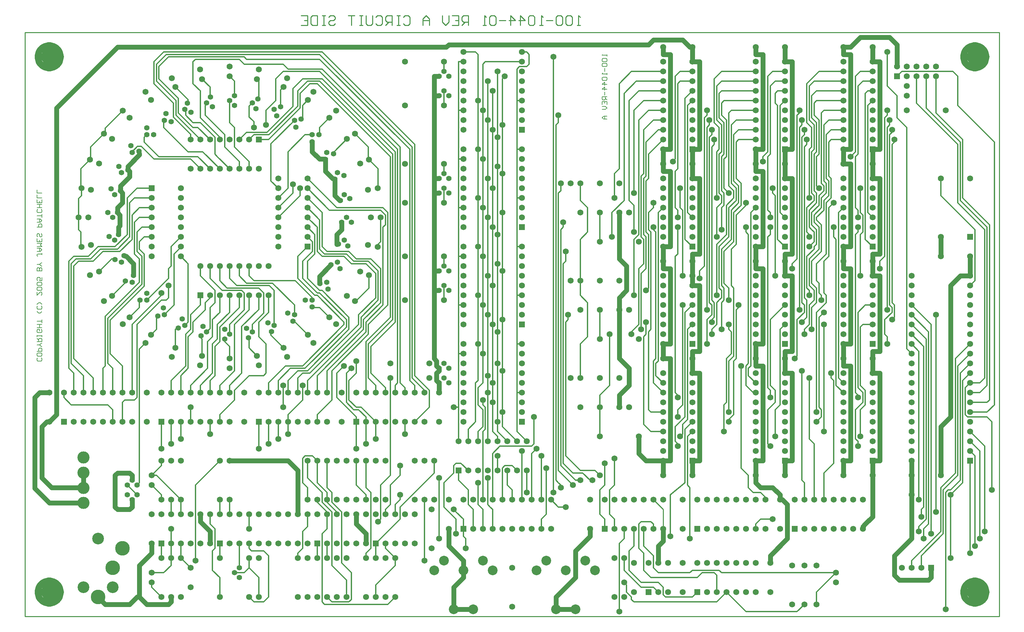
<source format=gbl>
*%FSLAX23Y23*%
*%MOIN*%
G01*
%ADD11C,0.007*%
%ADD12C,0.008*%
%ADD13C,0.010*%
%ADD14C,0.012*%
%ADD15C,0.020*%
%ADD16C,0.032*%
%ADD17C,0.032*%
%ADD18C,0.036*%
%ADD19C,0.036*%
%ADD20C,0.042*%
%ADD21C,0.050*%
%ADD22C,0.050*%
%ADD23C,0.052*%
%ADD24C,0.052*%
%ADD25C,0.055*%
%ADD26C,0.055*%
%ADD27C,0.056*%
%ADD28C,0.056*%
%ADD29C,0.060*%
%ADD30C,0.061*%
%ADD31C,0.061*%
%ADD32C,0.062*%
%ADD33C,0.062*%
%ADD34C,0.066*%
%ADD35C,0.068*%
%ADD36C,0.068*%
%ADD37C,0.070*%
%ADD38C,0.080*%
%ADD39C,0.090*%
%ADD40C,0.095*%
%ADD41C,0.100*%
%ADD42C,0.106*%
%ADD43C,0.115*%
%ADD44C,0.120*%
%ADD45C,0.125*%
%ADD46C,0.126*%
%ADD47C,0.131*%
%ADD48C,0.140*%
%ADD49C,0.150*%
%ADD50C,0.156*%
%ADD51C,0.160*%
%ADD52C,0.250*%
%ADD53R,0.062X0.062*%
%ADD54R,0.068X0.068*%
D12*
X10774Y10546D02*
Y10563D01*
Y10555D02*
Y10546D01*
Y10555D02*
X10724D01*
X10725D01*
X10724D02*
X10732Y10563D01*
Y10521D02*
X10724Y10513D01*
Y10496D01*
X10732Y10488D01*
X10766D01*
X10774Y10496D01*
Y10513D01*
X10766Y10521D01*
X10732D01*
Y10471D02*
X10724Y10463D01*
Y10446D01*
X10732Y10438D01*
X10766D01*
X10774Y10446D01*
Y10463D01*
X10766Y10471D01*
X10732D01*
X10749Y10421D02*
Y10388D01*
X10774Y10371D02*
Y10355D01*
Y10363D01*
X10724D01*
X10725D01*
X10724D02*
X10732Y10371D01*
Y10330D02*
X10724Y10321D01*
Y10305D01*
X10732Y10296D01*
X10766D01*
X10774Y10305D01*
Y10321D01*
X10766Y10330D01*
X10732D01*
X10724Y10255D02*
X10774D01*
X10749Y10280D02*
X10724Y10255D01*
X10749Y10246D02*
Y10280D01*
X10774Y10205D02*
X10724D01*
X10749Y10230D01*
Y10196D01*
Y10180D02*
Y10146D01*
X10774Y10130D02*
X10724D01*
Y10105D01*
X10732Y10096D01*
X10749D01*
X10757Y10105D01*
Y10130D01*
Y10113D02*
X10774Y10096D01*
X10724Y10080D02*
Y10047D01*
Y10080D02*
X10774D01*
Y10047D01*
X10749Y10063D02*
Y10080D01*
X10757Y10030D02*
X10724D01*
X10757D02*
X10774Y10013D01*
X10757Y9997D01*
X10724D01*
X10741Y9930D02*
X10774D01*
X10741D02*
X10724Y9913D01*
X10741Y9897D01*
X10774D01*
X10749D01*
Y9930D01*
X4974Y7438D02*
X4966Y7446D01*
X4974Y7438D02*
Y7421D01*
X4966Y7413D01*
X4932D01*
X4924Y7421D01*
Y7438D01*
X4932Y7446D01*
X4974Y7471D02*
Y7488D01*
Y7471D02*
X4966Y7463D01*
X4932D01*
X4924Y7471D01*
Y7488D01*
X4932Y7496D01*
X4966D01*
X4974Y7488D01*
Y7513D02*
X4924D01*
X4974D02*
Y7538D01*
X4966Y7546D01*
X4949D01*
X4941Y7538D01*
Y7513D01*
X4966Y7563D02*
X4974D01*
X4966D02*
X4949Y7580D01*
X4966Y7596D01*
X4974D01*
X4949Y7580D02*
X4924D01*
Y7613D02*
X4974D01*
Y7638D01*
X4966Y7646D01*
X4949D01*
X4941Y7638D01*
Y7613D01*
Y7630D02*
X4924Y7646D01*
X4974Y7663D02*
Y7680D01*
Y7671D01*
X4924D01*
Y7663D01*
Y7680D01*
X4974Y7730D02*
X4966Y7738D01*
X4974Y7730D02*
Y7713D01*
X4966Y7705D01*
X4932D01*
X4924Y7713D01*
Y7730D01*
X4932Y7738D01*
X4949D01*
Y7721D01*
X4974Y7755D02*
X4924D01*
X4949D01*
Y7788D01*
X4974D01*
X4924D01*
X4974Y7805D02*
Y7838D01*
Y7821D01*
X4924D01*
X4941Y7905D02*
X4924Y7921D01*
X4941Y7905D02*
X4957D01*
X4974Y7921D01*
Y7971D02*
X4966Y7979D01*
X4974Y7971D02*
Y7954D01*
X4966Y7946D01*
X4932D01*
X4924Y7954D01*
Y7971D01*
X4932Y7979D01*
X4924Y7996D02*
X4941Y8013D01*
X4957D01*
X4974Y7996D01*
X4924Y8088D02*
Y8121D01*
Y8088D02*
X4957Y8121D01*
X4966D01*
X4974Y8113D01*
Y8096D01*
X4966Y8088D01*
Y8138D02*
X4974Y8146D01*
Y8163D01*
X4966Y8171D01*
X4932D01*
X4924Y8163D01*
Y8146D01*
X4932Y8138D01*
X4966D01*
Y8188D02*
X4974Y8196D01*
Y8213D01*
X4966Y8221D01*
X4932D01*
X4924Y8213D01*
Y8196D01*
X4932Y8188D01*
X4966D01*
X4974Y8238D02*
Y8271D01*
Y8238D02*
X4949D01*
X4957Y8254D01*
Y8263D01*
X4949Y8271D01*
X4932D01*
X4924Y8263D01*
Y8246D01*
X4932Y8238D01*
X4924Y8338D02*
X4974D01*
X4924D02*
Y8363D01*
X4932Y8371D01*
X4941D01*
X4949Y8363D01*
Y8338D01*
X4950D01*
X4949D02*
X4950D01*
X4949D02*
X4950D01*
X4949D02*
Y8363D01*
X4957Y8371D01*
X4966D01*
X4974Y8363D01*
Y8338D01*
Y8388D02*
X4966D01*
X4949Y8404D01*
X4966Y8421D01*
X4974D01*
X4949Y8404D02*
X4924D01*
X4974Y8504D02*
Y8521D01*
Y8513D02*
Y8504D01*
Y8513D02*
X4932D01*
X4924Y8504D01*
Y8496D01*
X4932Y8488D01*
X4924Y8538D02*
X4957D01*
X4974Y8554D01*
X4957Y8571D01*
X4924D01*
X4949D01*
Y8538D01*
X4924Y8588D02*
X4974D01*
X4957Y8604D01*
X4974Y8621D01*
X4924D01*
X4974Y8638D02*
Y8671D01*
Y8638D02*
X4924D01*
Y8671D01*
X4949Y8654D02*
Y8638D01*
X4974Y8713D02*
X4966Y8721D01*
X4974Y8713D02*
Y8696D01*
X4966Y8688D01*
X4957D01*
X4949Y8696D01*
Y8713D01*
X4941Y8721D01*
X4932D01*
X4924Y8713D01*
Y8696D01*
X4932Y8688D01*
X4924Y8788D02*
X4974D01*
Y8813D01*
X4966Y8821D01*
X4949D01*
X4941Y8813D01*
Y8788D01*
X4924Y8838D02*
X4957D01*
X4974Y8854D01*
X4957Y8871D01*
X4924D01*
X4949D01*
Y8838D01*
X4974Y8888D02*
Y8921D01*
Y8904D01*
X4924D01*
X4974Y8962D02*
X4966Y8971D01*
X4974Y8962D02*
Y8946D01*
X4966Y8938D01*
X4932D01*
X4924Y8946D01*
Y8962D01*
X4932Y8971D01*
X4924Y8987D02*
X4974D01*
X4949D02*
X4924D01*
X4949D02*
Y9021D01*
X4974D01*
X4924D01*
X4974Y9037D02*
Y9071D01*
Y9037D02*
X4924D01*
Y9071D01*
X4949Y9054D02*
Y9037D01*
X4974Y9087D02*
X4924D01*
Y9121D01*
Y9137D02*
X4974D01*
X4924D02*
Y9171D01*
D13*
X11349Y5888D02*
Y5688D01*
Y5888D02*
X11249Y5988D01*
X10499Y10863D02*
X10466D01*
X10482D01*
Y10963D01*
X10483D01*
X10482D02*
X10499Y10946D01*
X10416D02*
X10399Y10963D01*
X10366D01*
X10349Y10946D01*
Y10880D01*
X10366Y10863D01*
X10399D01*
X10416Y10880D01*
Y10946D01*
X10316D02*
X10299Y10963D01*
X10266D01*
X10249Y10946D01*
Y10880D01*
X10266Y10863D01*
X10299D01*
X10316Y10880D01*
Y10946D01*
X10216Y10913D02*
X10149D01*
X10116Y10863D02*
X10082D01*
X10099D01*
Y10963D01*
X10100D01*
X10099D02*
X10116Y10946D01*
X10032D02*
X10016Y10963D01*
X9982D01*
X9966Y10946D01*
Y10880D01*
X9982Y10863D01*
X10016D01*
X10032Y10880D01*
Y10946D01*
X9883Y10963D02*
Y10863D01*
X9933Y10913D02*
X9883Y10963D01*
X9866Y10913D02*
X9933D01*
X9783Y10863D02*
Y10963D01*
X9833Y10913D01*
X9766D01*
X9733D02*
X9666D01*
X9633Y10946D02*
X9616Y10963D01*
X9583D01*
X9566Y10946D01*
Y10880D01*
X9583Y10863D01*
X9616D01*
X9633Y10880D01*
Y10946D01*
X9533Y10863D02*
X9499D01*
X9516D01*
Y10963D01*
X9517D01*
X9516D02*
X9533Y10946D01*
X9349Y10963D02*
Y10863D01*
Y10963D02*
X9299D01*
X9283Y10946D01*
Y10913D01*
X9299Y10896D01*
X9349D01*
X9316D02*
X9283Y10863D01*
X9249Y10963D02*
X9183D01*
X9249D02*
Y10863D01*
X9183D01*
X9216Y10913D02*
X9249D01*
X9149Y10896D02*
Y10963D01*
Y10896D02*
X9116Y10863D01*
X9083Y10896D01*
Y10963D01*
X8950Y10930D02*
Y10863D01*
Y10930D02*
X8916Y10963D01*
X8883Y10930D01*
Y10863D01*
Y10913D01*
X8950D01*
X8700Y10963D02*
X8683Y10946D01*
X8700Y10963D02*
X8733D01*
X8750Y10946D01*
Y10880D01*
X8733Y10863D01*
X8700D01*
X8683Y10880D01*
X8650Y10963D02*
X8616D01*
X8633D01*
Y10863D01*
X8650D01*
X8616D01*
X8566D02*
Y10963D01*
X8516D01*
X8500Y10946D01*
Y10913D01*
X8516Y10896D01*
X8566D01*
X8533D02*
X8500Y10863D01*
X8400Y10946D02*
X8416Y10963D01*
X8450D01*
X8466Y10946D01*
Y10880D01*
X8450Y10863D01*
X8416D01*
X8400Y10880D01*
X8366D02*
Y10963D01*
Y10880D02*
X8350Y10863D01*
X8316D01*
X8300Y10880D01*
Y10963D01*
X8266D02*
X8233D01*
X8250D01*
Y10863D01*
X8266D01*
X8233D01*
X8183Y10963D02*
X8116D01*
X8150D01*
Y10863D01*
X7933Y10963D02*
X7917Y10946D01*
X7933Y10963D02*
X7966D01*
X7983Y10946D01*
Y10930D01*
X7966Y10913D01*
X7933D01*
X7917Y10896D01*
Y10880D01*
X7933Y10863D01*
X7966D01*
X7983Y10880D01*
X7883Y10963D02*
X7850D01*
X7867D01*
Y10863D01*
X7883D01*
X7850D01*
X7800D02*
Y10963D01*
Y10863D02*
X7750D01*
X7733Y10880D01*
Y10946D01*
X7750Y10963D01*
X7800D01*
X7700D02*
X7633D01*
X7700D02*
Y10863D01*
X7633D01*
X7667Y10913D02*
X7700D01*
X4799Y10788D02*
Y4788D01*
X14799D02*
Y10788D01*
X4799D01*
Y4788D02*
X14799D01*
D14*
X7849Y6063D02*
X7699Y6213D01*
X7949Y5313D02*
X8099Y5163D01*
X11424Y6038D02*
X11574Y6163D01*
X11999Y5038D02*
X12199Y4838D01*
X8399Y6788D02*
X8249Y6938D01*
X8199Y6838D02*
X7999Y7038D01*
X9099Y5913D02*
X9224Y5788D01*
X14199Y9113D02*
X14549Y8763D01*
X14649D02*
X14374Y9038D01*
Y9638D02*
X13949Y10063D01*
X14049Y10013D02*
X14399Y9663D01*
Y9063D02*
X14674Y8788D01*
X14749Y9663D02*
X14374Y10038D01*
X14424Y9088D02*
X14699Y8813D01*
X14424Y9688D02*
X14149Y9963D01*
X13899Y7688D02*
X14024Y7563D01*
X14049Y7638D02*
X13899Y7788D01*
Y7888D02*
X14074Y7713D01*
X14099Y7788D02*
X13899Y7988D01*
X14499Y6688D02*
X14649Y6538D01*
X6399Y5988D02*
X6149Y6238D01*
X9699Y6738D02*
X9849Y6588D01*
X5799Y7363D02*
X5674Y7488D01*
X5499Y7238D02*
X5299Y7438D01*
X5274Y7388D02*
X5399Y7263D01*
X6324Y10063D02*
X6124Y10263D01*
X7849Y10588D02*
X8799Y9638D01*
Y7263D02*
X8949Y7113D01*
X6599Y9688D02*
X6349Y9938D01*
X8774Y7238D02*
X8899Y7113D01*
X8774Y9613D02*
X7824Y10563D01*
X6349Y10088D02*
X6149Y10288D01*
X6374Y9963D02*
X6524Y9813D01*
X6574D02*
X6699Y9688D01*
X6374Y10113D02*
X6174Y10313D01*
X7824Y10513D02*
X8749Y9588D01*
X6799Y9713D02*
X6599Y9913D01*
X7849Y10413D02*
X8649Y9613D01*
X6699Y9388D02*
X6574Y9513D01*
X6174D02*
X6024Y9663D01*
X6624Y9563D02*
X6799Y9388D01*
X6474Y9563D02*
X6224Y9813D01*
X6774Y9513D02*
X6899Y9388D01*
X6749Y9713D02*
X6599Y9863D01*
X6649Y9938D02*
X6849Y9738D01*
Y9613D02*
X6999Y9463D01*
X7099D02*
X6949Y9613D01*
X7849Y10363D02*
X8624Y9588D01*
X8599Y9563D02*
X7849Y10313D01*
X8349Y7288D02*
X8499Y7138D01*
X8574Y9538D02*
X7824Y10288D01*
X7799Y10263D02*
X8549Y9513D01*
X7999Y8988D02*
X7699Y9288D01*
Y9188D02*
X7924Y8963D01*
X7849Y8938D02*
X7699Y9088D01*
Y8988D02*
X7824Y8863D01*
X7574Y8238D02*
X7748Y8064D01*
X7566Y7988D02*
X7341Y8213D01*
X6824Y8138D02*
X6699Y8263D01*
X6599Y8288D02*
X6749Y8138D01*
X8324Y9613D02*
X8188Y9749D01*
X7824Y7963D02*
X7924Y7863D01*
X7705Y7682D02*
X7574Y7813D01*
X7324Y7678D02*
X7454Y7548D01*
X6474Y10098D02*
X6344Y10228D01*
X10274Y6288D02*
X10424Y6138D01*
X10449Y6188D02*
X10299Y6338D01*
X10349Y6438D02*
X10499Y6288D01*
X8074Y7813D02*
X7799Y8088D01*
X7774D02*
X7599Y8263D01*
X7649D02*
X7799Y8113D01*
X7824D02*
X8099Y7838D01*
X7824Y8138D02*
X7699Y8263D01*
X7849Y8138D02*
X8124Y7863D01*
X6124Y9488D02*
X5994Y9618D01*
X6324Y9918D02*
X6499Y9743D01*
X10949Y5263D02*
X11124Y5088D01*
X10899Y10263D02*
X11024Y10388D01*
X11074Y10288D02*
X10949Y10163D01*
X11299Y9788D02*
X11174Y9663D01*
X13124Y5238D02*
X12924Y5038D01*
X6799Y6388D02*
X6549Y6138D01*
X7499Y6863D02*
X7649Y7013D01*
X7949Y7313D02*
X8324Y7688D01*
Y7788D02*
X8524Y7988D01*
X8274Y7738D02*
X7799Y7263D01*
X14349Y7438D02*
X14499Y7588D01*
X14199Y5663D02*
X13899Y5363D01*
X14199Y6113D02*
X14349Y6263D01*
X14374Y7363D02*
X14499Y7488D01*
X14374Y6238D02*
X14224Y6088D01*
Y5638D02*
X13999Y5413D01*
X14299Y6038D02*
X14424Y6163D01*
X8649Y5788D02*
X8399Y5538D01*
X8649Y5913D02*
X8999Y6263D01*
X8599Y5313D02*
X8399Y5113D01*
X6050Y8039D02*
X6274Y8263D01*
X6199Y8038D02*
X5949Y7788D01*
X5899D02*
X6199Y8088D01*
X5774Y8538D02*
X5899Y8663D01*
X5874Y8688D02*
X5749Y8563D01*
X5724Y8588D02*
X5849Y8713D01*
X7399Y8888D02*
X7624Y9113D01*
X7549Y9138D02*
X7399Y8988D01*
X7499Y9562D02*
X7674Y9737D01*
X7566Y9886D02*
X7324Y9644D01*
X8949Y6938D02*
X8799Y6788D01*
X8349Y7563D02*
X8599Y7813D01*
X8574Y7838D02*
X8324Y7588D01*
X8299Y7613D02*
X8549Y7863D01*
X7949Y7013D02*
X7799Y6863D01*
X8299Y7813D02*
X8474Y7988D01*
X8299Y7713D02*
X7899Y7313D01*
X8274Y7838D02*
X8449Y8013D01*
X8424Y8038D02*
X8249Y7863D01*
Y7763D02*
X7699Y7213D01*
X8224Y7888D02*
X8399Y8063D01*
X8224Y7788D02*
X7724Y7288D01*
X7699Y7313D02*
X8124Y7738D01*
X8099Y7763D02*
X7674Y7338D01*
X7524D02*
X7399Y7213D01*
X7649Y7363D02*
X8074Y7788D01*
X7474Y7363D02*
X7299Y7188D01*
X7099Y7263D02*
X6949Y7113D01*
Y7013D02*
X6799Y6863D01*
X7133Y7788D02*
X7249Y7904D01*
X7049Y7938D02*
X6899Y7788D01*
X7024Y7288D02*
X6899Y7163D01*
X6949Y7788D02*
X7099Y7938D01*
X6949Y7313D02*
X6799Y7163D01*
Y7763D02*
X6999Y7963D01*
X6899Y7913D02*
X6774Y7788D01*
X6724Y7288D02*
X6599Y7163D01*
X6499D02*
X6674Y7338D01*
X6524Y7813D02*
X6649Y7938D01*
X6449Y7363D02*
X6299Y7213D01*
X5474Y9613D02*
X5610Y9749D01*
X5624Y9805D02*
X5803Y9984D01*
X8181Y8013D02*
X8331Y8163D01*
X7824Y9813D02*
X7924Y9913D01*
X8105Y9694D02*
X7974Y9563D01*
X5974Y7963D02*
X5874Y7863D01*
X5693Y8082D02*
X5824Y8213D01*
X5689Y8463D02*
X5559Y8333D01*
X10824Y8938D02*
X10949Y9063D01*
X11199Y9538D02*
X11349Y9688D01*
X12824Y10263D02*
X12949Y10388D01*
X7624Y10013D02*
X7299Y9688D01*
X7304Y9738D02*
X7599Y10033D01*
X7549Y10028D02*
X7284Y9763D01*
X7199Y7943D02*
X7024Y7768D01*
X6024Y8183D02*
X5674Y7833D01*
X5649Y7853D02*
X5999Y8203D01*
X5974Y8223D02*
X5624Y7873D01*
X5299Y7438D02*
Y8388D01*
X5274Y8413D02*
Y7388D01*
X5299Y7288D02*
Y7088D01*
X5249Y7338D02*
Y8438D01*
X5349Y8763D02*
Y8888D01*
Y9083D01*
X5199Y7088D02*
Y7038D01*
X5299Y7288D02*
X5249Y7338D01*
X5374Y8738D02*
X5349Y8763D01*
X5199Y7038D02*
X5274Y6963D01*
X5299Y8388D02*
X5349Y8438D01*
X5324Y8463D02*
X5274Y8413D01*
X5249Y8438D02*
X5299Y8488D01*
X5349Y9083D02*
X5379Y9113D01*
X5499Y7238D02*
Y7088D01*
X5399D02*
Y7263D01*
X5374Y8588D02*
Y8738D01*
X5379Y9113D02*
Y9190D01*
X5374Y9188D02*
Y9388D01*
X5474Y9488D02*
Y9613D01*
X5467Y8295D02*
X5474Y8288D01*
X5379Y8586D02*
X5374Y8588D01*
Y9188D02*
X5379Y9190D01*
X5467Y9481D02*
X5474Y9488D01*
X5599Y8538D02*
X5499Y8438D01*
X5474Y8463D02*
X5574Y8563D01*
X5549Y8588D02*
X5449Y8488D01*
X5374Y9388D02*
X5467Y9481D01*
X5699Y7338D02*
Y7088D01*
X5599D02*
Y7338D01*
Y9738D02*
Y9763D01*
X5624D02*
Y9738D01*
Y9805D01*
X5699Y6913D02*
Y6788D01*
X5674Y7488D02*
Y7833D01*
X5649Y7853D02*
Y7388D01*
X5624Y7363D02*
Y7873D01*
Y9738D02*
X5599Y9763D01*
Y8038D02*
X5610Y8027D01*
X5599Y9738D02*
X5610Y9749D01*
X5724Y8463D02*
X5725Y8456D01*
X5649Y7388D02*
X5699Y7338D01*
X5649Y6963D02*
X5699Y6913D01*
X5599Y7338D02*
X5624Y7363D01*
X5599Y8013D02*
X5624Y8038D01*
X7949Y4938D02*
X8124D01*
X11049D02*
X11899D01*
X12199Y4838D02*
X12724D01*
X7249Y4938D02*
X7149D01*
X7874Y4913D02*
X8524D01*
X5799Y6788D02*
Y6988D01*
X5949Y7038D02*
Y7788D01*
X5899D02*
Y7088D01*
X5799D02*
Y7363D01*
X5949Y8538D02*
Y8738D01*
X5924Y8838D02*
Y8513D01*
X5899Y8663D02*
Y8913D01*
X5874Y9038D02*
Y8688D01*
X5849Y8713D02*
Y9088D01*
X5824Y8238D02*
Y8213D01*
X5901Y9555D02*
X5899Y9563D01*
X5824Y8238D02*
X5832Y8235D01*
X5849Y6138D02*
X5949Y6038D01*
X5999Y8488D02*
X5949Y8538D01*
X5924Y8513D02*
X5974Y8463D01*
X5949Y7038D02*
X5924Y7013D01*
X5824D02*
X5799Y6988D01*
X5949Y8738D02*
X5999Y8788D01*
X5924Y8838D02*
X5974Y8888D01*
X5899Y8913D02*
X5974Y8988D01*
X5874Y9038D02*
X5924Y9088D01*
X5849D02*
X5949Y9188D01*
X5974Y6163D02*
X5949Y6138D01*
X5799Y7788D02*
X5803Y7792D01*
X5899Y9563D02*
X5954Y9618D01*
X11374Y4988D02*
X11649D01*
X11249Y5088D02*
X11124D01*
X6099D02*
Y5138D01*
X5974Y8563D02*
Y8638D01*
X6124Y10263D02*
Y10488D01*
X6024Y9713D02*
Y9688D01*
Y9663D01*
X5974Y7535D02*
Y6163D01*
Y7963D02*
Y8038D01*
X6024Y8183D02*
Y8513D01*
X5999Y8488D02*
Y8203D01*
X5974Y8223D02*
Y8463D01*
X5980Y8039D02*
X5974Y8038D01*
X6099Y6138D02*
X6199Y6038D01*
X6099Y5088D02*
X6199Y4988D01*
X6024Y8513D02*
X5974Y8563D01*
X6050Y9737D02*
X6049Y9738D01*
X6199Y6338D02*
X6099Y6238D01*
X5974Y8638D02*
X6024Y8688D01*
X6124Y10488D02*
X6224Y10588D01*
X6049Y9738D02*
X6024Y9713D01*
X6038Y7599D02*
X5974Y7535D01*
X6093Y7682D02*
X6149Y7738D01*
X11224Y5188D02*
X11699D01*
X11749Y5238D02*
X11874D01*
X11624D02*
X11299D01*
X11649Y5263D02*
X11924D01*
X11949Y5238D02*
X13124D01*
X11299Y5138D02*
X11124D01*
X7049Y5238D02*
X6949D01*
X6224D02*
X6099D01*
X6299Y6563D02*
Y6788D01*
X6199D02*
Y6513D01*
Y6388D02*
Y6338D01*
Y6038D02*
Y5988D01*
X6299D02*
Y5838D01*
Y5688D02*
Y5538D01*
Y5388D01*
Y5313D01*
X6274Y8063D02*
Y8188D01*
X6199Y8113D02*
Y8088D01*
X6299Y8388D02*
Y8588D01*
X6274Y8363D02*
Y8263D01*
X6330Y8513D02*
Y7988D01*
X6149Y10288D02*
Y10463D01*
X6174Y10338D02*
Y10313D01*
Y10338D02*
Y10438D01*
X6224Y9888D02*
Y9813D01*
X6299Y7213D02*
Y7088D01*
X6199Y5538D02*
Y5388D01*
X6174Y7863D02*
Y7888D01*
X6149Y7863D02*
Y7738D01*
X6324Y9918D02*
Y10063D01*
X6232Y9886D02*
X6224Y9888D01*
X6174Y7888D02*
X6163Y7876D01*
X6299Y5313D02*
X6224Y5238D01*
X6249Y8038D02*
X6274Y8063D01*
X6299Y8588D02*
X6399Y8688D01*
X6299Y8388D02*
X6274Y8363D01*
X6299Y7957D02*
X6232Y7890D01*
X6330Y8513D02*
X6399Y8582D01*
X6330Y7988D02*
X6299Y7957D01*
X6149Y10463D02*
X6249Y10563D01*
X6274Y10538D02*
X6174Y10438D01*
X7124Y5463D02*
X7249D01*
X6399Y6613D02*
Y6788D01*
X6499D02*
Y6938D01*
X6399Y5988D02*
Y5838D01*
Y5538D02*
Y5388D01*
Y8582D02*
Y8588D01*
Y8488D02*
Y8487D01*
X6473Y8413D02*
Y7813D01*
X6349Y9938D02*
Y10088D01*
X6374Y10113D02*
Y9963D01*
X6449Y9938D02*
Y9988D01*
X6524Y10263D02*
Y10488D01*
X6499Y7163D02*
Y7088D01*
X6399D02*
Y7263D01*
X6524Y7713D02*
Y7813D01*
X6474Y7663D02*
Y7338D01*
X6499Y7738D02*
Y7888D01*
X6449Y7688D02*
Y7363D01*
X6344Y7548D02*
Y7738D01*
X6474Y10063D02*
Y10098D01*
X6499Y9743D02*
Y9688D01*
X6449Y9988D02*
X6440Y9997D01*
X6369Y7763D02*
X6374Y7752D01*
X6467Y10062D02*
X6474Y10063D01*
X6399Y5388D02*
X6499Y5288D01*
X6473Y8413D02*
X6399Y8487D01*
X6524Y9863D02*
X6449Y9938D01*
X6599Y10188D02*
X6524Y10263D01*
X6499Y9488D02*
X6599Y9388D01*
X6473Y7813D02*
X6440Y7779D01*
X6524Y10488D02*
X6549Y10513D01*
X6524Y7713D02*
X6474Y7663D01*
Y7338D02*
X6399Y7263D01*
X6499Y7888D02*
X6599Y7988D01*
X6499Y7738D02*
X6474Y7713D01*
X6449Y7688D01*
X6369Y7763D02*
X6344Y7738D01*
X6699Y6788D02*
Y6663D01*
X6549Y6138D02*
Y5363D01*
X6699Y5738D02*
Y5838D01*
X6724Y5463D02*
Y5263D01*
X6599Y9913D02*
Y10188D01*
X6649Y10038D02*
Y9938D01*
X6699Y8388D02*
Y8263D01*
Y7213D02*
Y7088D01*
X6599D02*
Y7163D01*
X6724Y7288D02*
Y7588D01*
Y7663D02*
Y7838D01*
X6674Y7613D02*
Y7338D01*
X6699Y8063D02*
Y8088D01*
X6649Y8013D02*
Y7938D01*
X6599Y7988D02*
Y8088D01*
Y8288D02*
Y8388D01*
X6699Y7963D02*
Y7745D01*
X6616Y7588D02*
Y7466D01*
X6599Y7655D02*
Y7663D01*
X6616Y7638D02*
Y7588D01*
X6699Y10113D02*
Y10227D01*
X6665Y10065D02*
X6674Y10063D01*
X6606Y7672D02*
X6599Y7663D01*
X6699Y10113D02*
X6704Y10124D01*
X6699Y5738D02*
X6749Y5688D01*
X6724Y5263D02*
X6799Y5188D01*
X6616Y7638D02*
X6599Y7655D01*
X6699Y10227D02*
X6616Y10310D01*
X6749Y5488D02*
X6724Y5463D01*
X6649Y10038D02*
X6674Y10063D01*
X6749Y7263D02*
X6699Y7213D01*
X6724Y7588D02*
X6774Y7638D01*
X6724Y7838D02*
X6799Y7913D01*
X6724Y7663D02*
X6674Y7613D01*
X6649Y8013D02*
X6699Y8063D01*
Y7745D02*
X6665Y7711D01*
X6699Y7963D02*
X6749Y8013D01*
X11124Y5763D02*
X11224D01*
X10349Y5913D02*
X10274D01*
X12349Y5788D02*
X12474D01*
X6749Y5688D02*
Y5488D01*
X6799Y5188D02*
Y4988D01*
Y5838D02*
Y5988D01*
X6899D02*
Y5838D01*
X6799Y5538D02*
Y5388D01*
Y9688D02*
Y9713D01*
X6749D02*
Y9538D01*
X6849Y9613D02*
Y9738D01*
X6899Y9863D02*
Y10088D01*
Y8388D02*
Y8263D01*
X6799Y6863D02*
Y6788D01*
Y8238D02*
Y8388D01*
X6899Y7788D02*
Y7688D01*
Y7163D02*
Y7088D01*
X6799D02*
Y7163D01*
Y7613D02*
Y7763D01*
X6749Y7563D02*
Y7263D01*
X6899Y7913D02*
Y8088D01*
X6774Y7788D02*
Y7638D01*
X6799Y7913D02*
Y8088D01*
X6749Y8138D02*
Y8013D01*
X6899Y7563D02*
Y7438D01*
X6849Y7613D02*
Y7638D01*
X6774Y9513D02*
X6749Y9538D01*
X6949Y9813D02*
X6899Y9863D01*
Y8263D02*
X6974Y8188D01*
X6874Y8163D02*
X6799Y8238D01*
X6849Y7613D02*
X6899Y7563D01*
X6949Y10288D02*
X6899Y10338D01*
X6799Y7613D02*
X6749Y7563D01*
X14274Y6088D02*
X14299D01*
X12349Y6063D02*
X12274D01*
X7099Y5388D02*
Y5288D01*
Y5488D02*
Y5538D01*
Y5688D02*
Y5838D01*
X6999Y9388D02*
Y9463D01*
X7099D02*
Y9388D01*
X6949Y9613D02*
Y9813D01*
X7099Y8388D02*
Y8288D01*
X6999D02*
Y8388D01*
X6949Y7113D02*
Y7013D01*
X7049Y7938D02*
Y8113D01*
X7099Y8088D02*
Y7938D01*
X6949Y7788D02*
Y7313D01*
X6999Y7963D02*
Y8088D01*
Y5538D02*
Y5288D01*
X7099Y7638D02*
Y7663D01*
Y7638D02*
Y7549D01*
X6949Y10138D02*
Y10288D01*
X7099Y10033D02*
Y9918D01*
X7024Y7768D02*
Y7288D01*
X7094Y7652D02*
X7099Y7663D01*
Y10033D02*
X7133Y10065D01*
X7099Y9918D02*
X7133Y9888D01*
X7099Y5488D02*
X7124Y5463D01*
X7099Y4988D02*
X7149Y4938D01*
X7199Y5188D02*
X7099Y5288D01*
X7074Y10513D02*
X7049Y10538D01*
X6999Y10513D02*
X7049Y10463D01*
X7099Y8288D02*
X7149Y8238D01*
X7074Y8213D02*
X6999Y8288D01*
X7024Y8138D02*
X7049Y8113D01*
X7099Y7549D02*
X7182Y7466D01*
X7099Y5288D02*
X7049Y5238D01*
X6999Y9688D02*
X7074Y9763D01*
X7099Y9688D02*
X7149Y9738D01*
X6149Y6238D02*
X6099D01*
X10449Y6188D02*
X10499D01*
X10524Y6263D02*
X10424D01*
X10599Y6188D02*
X10624D01*
X10649Y6288D02*
X10499D01*
X7299Y6563D02*
Y6788D01*
X7199D02*
Y6513D01*
X7299Y5413D02*
Y4988D01*
X7199D02*
Y5188D01*
X7149Y9813D02*
Y9872D01*
X7274Y9888D02*
Y9838D01*
Y9888D02*
Y9988D01*
X7299Y7188D02*
Y7088D01*
Y7913D02*
Y8088D01*
X7199Y7813D02*
Y7663D01*
X7274Y7588D02*
Y7288D01*
X7133Y7711D02*
Y7788D01*
X7249Y7904D02*
Y8113D01*
X7199Y10113D02*
Y10293D01*
Y8088D02*
Y7943D01*
X7192Y10104D02*
X7199Y10113D01*
X7249Y5463D02*
X7299Y5413D01*
X7149Y9872D02*
X7133Y9888D01*
X7308Y8188D02*
X7358Y8138D01*
X7199Y7663D02*
X7274Y7588D01*
X7249Y8113D02*
X7199Y8163D01*
Y10293D02*
X7182Y10310D01*
X7299Y4988D02*
X7249Y4938D01*
X7274Y9988D02*
X7374Y10088D01*
X7299Y7913D02*
X7199Y7813D01*
X7274Y7288D02*
X7249Y7263D01*
X7674Y6438D02*
X7749D01*
X9724Y6338D02*
X9799D01*
X9274Y6363D02*
X9224D01*
X7499Y6663D02*
Y6788D01*
X7399D02*
Y6613D01*
X7449Y6938D02*
Y7163D01*
X7499Y6863D02*
Y6788D01*
Y9188D02*
Y9562D01*
X7324Y9644D02*
Y9263D01*
X7374Y10088D02*
Y10313D01*
X7499Y7213D02*
Y7088D01*
X7399D02*
Y7213D01*
X7358Y7779D02*
Y8138D01*
X7424Y10013D02*
Y10198D01*
X7324Y7713D02*
Y7678D01*
X7424Y10013D02*
X7424Y10024D01*
X7331Y7714D02*
X7324Y7713D01*
X7399Y9188D02*
X7324Y9263D01*
X7499Y10413D02*
X7449Y10463D01*
X7499Y9188D02*
X7399Y9088D01*
X7374Y10313D02*
X7449Y10388D01*
X7599Y7313D02*
X7499Y7213D01*
X7424Y10198D02*
X7454Y10228D01*
X9674Y6538D02*
X9999D01*
X11224Y6688D02*
X11349D01*
X7699Y6388D02*
Y6213D01*
Y6113D02*
Y5988D01*
X7649Y6163D02*
Y6413D01*
Y7013D02*
Y7163D01*
X7624Y9113D02*
Y9188D01*
X7549Y9230D02*
Y9138D01*
X7624Y10038D02*
Y10163D01*
X7699Y7213D02*
Y7088D01*
X7599D02*
Y7238D01*
X7699Y8263D02*
Y8438D01*
X7649D02*
Y8263D01*
X7599D02*
Y8488D01*
X7566Y7963D02*
Y7890D01*
Y7963D02*
Y7988D01*
X7624Y9888D02*
Y9913D01*
X7649D02*
Y9888D01*
Y9913D02*
Y10038D01*
X7624Y10038D02*
Y10013D01*
X7599Y10033D02*
Y10188D01*
X7549Y10213D02*
Y10028D01*
X7599Y5438D02*
Y5388D01*
X7649Y5488D02*
Y5663D01*
X7699Y5713D02*
Y5838D01*
Y6113D02*
X7649Y6163D01*
Y6413D02*
X7674Y6438D01*
X7624Y9888D02*
X7635Y9900D01*
X7552Y7821D02*
X7549Y7813D01*
X7724Y8863D02*
X7699Y8888D01*
Y8788D02*
X7774Y8713D01*
X7699Y8688D02*
X7749Y8638D01*
X7649Y9888D02*
X7624Y9913D01*
X7549Y10213D02*
X7649Y10313D01*
X7699Y10288D02*
X7599Y10188D01*
X7624Y10163D02*
X7724Y10263D01*
X7649Y7288D02*
X7599Y7238D01*
X7699Y8438D02*
X7774Y8513D01*
X7749Y8538D02*
X7649Y8438D01*
X7599Y8488D02*
X7699Y8588D01*
X7649Y10038D02*
X7705Y10094D01*
X7649Y5488D02*
X7599Y5438D01*
X7649Y5663D02*
X7699Y5713D01*
X14474Y6838D02*
X14674D01*
Y6888D02*
X14499D01*
X11349D02*
X11224D01*
X7899Y6388D02*
Y6113D01*
Y6063D02*
Y5988D01*
Y5963D01*
X7799Y6163D02*
Y6388D01*
Y5988D02*
Y5963D01*
X7899Y5863D02*
Y5838D01*
Y5688D01*
X7849Y5963D02*
Y6063D01*
Y5638D02*
Y4938D01*
X7899Y5388D02*
Y5538D01*
X7799D02*
Y5388D01*
Y6788D02*
Y6863D01*
X7899Y7088D02*
Y7313D01*
X7799Y7263D02*
Y7088D01*
X7849Y8588D02*
Y8938D01*
X7824Y8863D02*
Y8563D01*
X7799Y8538D02*
Y8788D01*
X7774Y8713D02*
Y8513D01*
X7749Y8538D02*
Y8638D01*
X7824Y9738D02*
Y9813D01*
X7899Y6113D02*
X7949Y6063D01*
X7799Y6388D02*
X7749Y6438D01*
X7799Y6163D02*
X7899Y6063D01*
Y4988D02*
X7949Y4938D01*
X7899Y5863D02*
X7799Y5963D01*
X7849D02*
X7949Y5863D01*
X7999D02*
X7899Y5963D01*
X7748Y8039D02*
X7748Y8064D01*
X7818Y9737D02*
X7824Y9738D01*
X7748Y7969D02*
X7749Y7963D01*
X7849Y4938D02*
X7874Y4913D01*
X7849Y10363D02*
X7824Y10388D01*
X7849Y8588D02*
X7899Y8538D01*
X7874Y8513D02*
X7824Y8563D01*
X7799Y8788D02*
X7724Y8863D01*
X7799Y8538D02*
X7849Y8488D01*
X7899Y5688D02*
X7849Y5638D01*
X9849Y7088D02*
X9899D01*
X8249Y6938D02*
X8199D01*
X8174Y6913D02*
X8224D01*
X14499Y7088D02*
X14599D01*
X14674Y6988D02*
X14499D01*
X9249Y6938D02*
X9199D01*
X5924Y7013D02*
X5824D01*
X12274Y7088D02*
X12299D01*
X5649Y6963D02*
X5274D01*
X7949Y6063D02*
Y5963D01*
X8049Y5863D02*
Y5338D01*
X8099Y5163D02*
Y4988D01*
X7949Y5313D02*
Y5863D01*
X7999D02*
Y5838D01*
X8099Y6988D02*
Y7288D01*
X7999D02*
Y7038D01*
X7949Y7013D02*
Y7313D01*
X8099Y7763D02*
Y7838D01*
X8074Y7813D02*
Y7788D01*
X7974Y9538D02*
Y9563D01*
X8049Y5338D02*
X8149Y5238D01*
X8049Y5863D02*
X7949Y5963D01*
X7974Y9538D02*
X7966Y9541D01*
X8099Y6988D02*
X8174Y6913D01*
Y8438D02*
X8099Y8513D01*
X8074Y8488D02*
X8099Y8463D01*
X8149Y8413D01*
Y7338D02*
X8099Y7288D01*
X8074Y7363D02*
X7999Y7288D01*
X14499Y7188D02*
X14599D01*
X7724Y7288D02*
X7649D01*
X7249Y7263D02*
X7099D01*
X8299Y5438D02*
Y5388D01*
Y6113D02*
Y6388D01*
X8149Y5238D02*
Y4963D01*
X8199Y7288D02*
Y7413D01*
X8124Y7213D02*
Y7013D01*
X8299Y6838D02*
Y6788D01*
Y6563D01*
X8199Y6788D02*
Y6838D01*
X8274Y7738D02*
Y7838D01*
X8199Y6788D02*
Y6513D01*
X8299Y7088D02*
Y7613D01*
Y7713D02*
Y7813D01*
X8249Y7763D02*
Y7863D01*
X8224Y7888D02*
Y7788D01*
X8124Y7738D02*
Y7863D01*
X8199Y8013D02*
Y8038D01*
X8174D02*
Y8013D01*
X8299Y6038D02*
Y5988D01*
X8199Y6138D02*
Y6388D01*
X8349Y5488D02*
X8299Y5438D01*
X8349Y6063D02*
X8299Y6113D01*
X8149Y4963D02*
X8124Y4938D01*
X8188Y8027D02*
X8199Y8038D01*
X8124Y7013D02*
X8199Y6938D01*
X8224Y6913D02*
X8299Y6838D01*
X8199Y8463D02*
X8124Y8538D01*
X8299Y8413D02*
X8399Y8313D01*
X8174Y8038D02*
X8199Y8013D01*
Y7288D02*
X8124Y7213D01*
X8199Y6138D02*
X8299Y6038D01*
X7699Y7313D02*
X7599D01*
X7524Y7338D02*
X7674D01*
X7649Y7363D02*
X7474D01*
X8349Y6063D02*
Y5488D01*
X8399Y6613D02*
Y6788D01*
X8324Y7688D02*
Y7788D01*
X8399Y5538D02*
Y5388D01*
Y5113D02*
Y4988D01*
X8349Y7288D02*
Y7563D01*
X8399Y7163D02*
Y7088D01*
X8324Y7238D02*
Y7588D01*
X8474Y7988D02*
Y8788D01*
X8449Y8363D02*
Y8013D01*
X8424Y8038D02*
Y8338D01*
X8399Y8313D02*
Y8063D01*
X8331Y8163D02*
Y8295D01*
X8424Y8588D02*
Y8613D01*
X8449Y8638D02*
Y8888D01*
X8424Y9188D02*
Y9388D01*
X8324Y9488D02*
Y9613D01*
X8449Y6138D02*
Y5788D01*
X8324Y8288D02*
X8331Y8295D01*
X8419Y8586D02*
X8424Y8588D01*
Y9188D02*
X8419Y9190D01*
X8331Y9481D02*
X8324Y9488D01*
Y7238D02*
X8399Y7163D01*
X8524Y8938D02*
X8474Y8988D01*
X8449Y8963D02*
X8499Y8913D01*
X8349Y8463D02*
X8449Y8363D01*
X8424Y8338D02*
X8324Y8438D01*
X8424Y9388D02*
X8331Y9481D01*
X8499Y8813D02*
X8474Y8788D01*
X8449Y8638D02*
X8424Y8613D01*
X8549Y6238D02*
X8449Y6138D01*
Y5788D02*
X8424Y5763D01*
X9849Y7588D02*
X9899D01*
X9299Y7488D02*
X9249D01*
X8649Y5913D02*
Y5788D01*
X8599Y5388D02*
Y5313D01*
X8499Y5838D02*
Y5888D01*
Y5538D02*
Y5488D01*
X8649Y7188D02*
Y9613D01*
X8599Y7163D02*
Y7088D01*
X8624Y7188D02*
Y9588D01*
X8499Y7138D02*
Y7088D01*
X8599Y7813D02*
Y9563D01*
X8574Y9538D02*
Y7838D01*
X8549Y7863D02*
Y9513D01*
X8524Y8938D02*
Y7988D01*
X8499Y8813D02*
Y8913D01*
X8649Y6038D02*
Y5988D01*
X8599Y5938D02*
Y5838D01*
X8649Y6238D02*
Y6338D01*
X8549Y6138D02*
Y5938D01*
Y6238D02*
Y7238D01*
X8499Y5488D02*
X8599Y5388D01*
X8699Y7138D02*
X8649Y7188D01*
X8599Y4988D02*
X8524Y4913D01*
X8599Y7163D02*
X8624Y7188D01*
X8649Y5988D02*
X8599Y5938D01*
X8549Y6138D02*
X8649Y6238D01*
X8549Y5938D02*
X8499Y5888D01*
X7574Y7813D02*
X7549D01*
X6174Y7863D02*
X6149D01*
X13399Y7788D02*
X13499D01*
X8699Y6788D02*
Y6663D01*
X8799Y7263D02*
Y9638D01*
X8774Y7288D02*
Y7238D01*
Y7288D02*
Y9613D01*
X8799Y7163D02*
Y7088D01*
X8749Y7213D02*
Y9588D01*
X8699Y7138D02*
Y7088D01*
X8774Y7188D02*
X8749Y7213D01*
X8774Y7188D02*
X8799Y7163D01*
X9249Y7988D02*
X9299D01*
X6249Y8038D02*
X6199D01*
X8174Y8013D02*
X8181D01*
X7824Y7963D02*
X7749D01*
X13424Y7988D02*
X13499D01*
X9049Y6213D02*
Y5588D01*
X8999Y6263D02*
Y6388D01*
X8899Y5988D02*
Y5363D01*
X8949Y6938D02*
Y7113D01*
X8899D02*
Y7088D01*
X9849Y8088D02*
X9899D01*
X7574Y8238D02*
X7149D01*
X7074Y8213D02*
X7341D01*
X7308Y8188D02*
X6974D01*
X6874Y8163D02*
X7199D01*
X7024Y8138D02*
X6824D01*
X7774Y8088D02*
X7799D01*
Y8113D02*
X7824D01*
Y8138D02*
X7849D01*
X9224Y5788D02*
Y5638D01*
X9199Y6263D02*
Y6338D01*
X9099Y6163D02*
Y5913D01*
X9249Y6588D02*
Y6938D01*
Y6588D02*
Y7488D01*
Y9988D02*
Y10488D01*
Y9988D02*
Y9488D01*
Y8988D01*
Y8488D01*
Y7988D01*
Y7488D01*
X9099Y8388D02*
Y8488D01*
Y8188D02*
Y8038D01*
Y9338D02*
Y9438D01*
Y9188D02*
Y9038D01*
Y10388D02*
Y10488D01*
Y10188D02*
Y10038D01*
X9249Y6288D02*
Y6188D01*
X9199Y5888D02*
X9224Y5863D01*
X9299Y5788D01*
X9349Y6088D02*
X9249Y6188D01*
X9349Y6288D02*
X9274Y6363D01*
X9199Y6263D02*
X9099Y6163D01*
X9199Y6338D02*
X9224Y6363D01*
X5499Y8438D02*
X5349D01*
X5324Y8463D02*
X5474D01*
X8199D02*
X8349D01*
X8324Y8438D02*
X8174D01*
X8149Y8413D02*
X8299D01*
X5724Y8463D02*
X5689D01*
X9299Y5688D02*
Y5613D01*
Y5688D02*
Y5788D01*
X9324Y5588D02*
Y5488D01*
X9449Y6588D02*
Y6688D01*
Y10088D02*
Y10563D01*
Y10088D02*
Y9588D01*
Y9088D01*
Y8588D01*
X9349Y6713D02*
Y6588D01*
X9449Y7588D02*
Y8088D01*
Y6163D02*
Y5938D01*
X9349D02*
Y6088D01*
X9399Y5888D02*
Y5688D01*
X9424Y6788D02*
Y7188D01*
X9449Y7213D02*
Y7588D01*
Y7138D02*
Y6963D01*
Y8088D02*
Y8588D01*
X9299Y5613D02*
X9324Y5588D01*
X9449Y10563D02*
X9424Y10588D01*
X9449Y5938D02*
X9499Y5888D01*
X9399D02*
X9349Y5938D01*
X9499Y6913D02*
X9449Y6963D01*
X9499Y6738D02*
X9449Y6688D01*
X9349Y6713D02*
X9424Y6788D01*
Y7188D02*
X9449Y7213D01*
X9499Y7188D02*
X9449Y7138D01*
X9849Y8588D02*
X9899D01*
X9299Y8488D02*
X9249D01*
X5774Y8538D02*
X5599D01*
X5574Y8563D02*
X5749D01*
X5449Y8488D02*
X5299D01*
X5549Y8588D02*
X5724D01*
X7899Y8538D02*
X8124D01*
X8099Y8513D02*
X7874D01*
X7849Y8488D02*
X8074D01*
X9649Y7388D02*
Y6788D01*
Y6688D01*
X9599Y9788D02*
Y10188D01*
Y9788D02*
Y9188D01*
Y8788D01*
Y8188D01*
Y7788D01*
Y7188D01*
Y6988D01*
X9649Y6638D02*
Y6588D01*
X9599Y6688D02*
Y6988D01*
X9549Y9888D02*
Y10288D01*
Y9888D02*
Y9288D01*
Y8888D01*
Y8288D01*
Y7888D01*
X9499Y9988D02*
Y10463D01*
Y9988D02*
Y9488D01*
Y8988D01*
Y8488D01*
Y7988D01*
Y7488D01*
Y5888D02*
Y5688D01*
X9549Y5938D02*
Y6213D01*
X9599Y5888D02*
Y5688D01*
X9649Y6288D02*
Y6438D01*
X9499Y6688D02*
Y5988D01*
Y6738D02*
Y6913D01*
Y7188D02*
Y7488D01*
X9549Y7088D02*
Y6588D01*
X9499Y6963D02*
Y7013D01*
X9524Y6938D02*
Y6713D01*
X9599Y6463D02*
Y5988D01*
X9649Y7388D02*
Y7713D01*
Y9713D02*
Y10388D01*
X9549Y7888D02*
Y7263D01*
Y7088D01*
X9649Y7713D02*
Y8413D01*
Y8713D01*
Y9413D01*
Y9713D01*
Y6688D02*
X9749Y6588D01*
X9649Y6638D02*
X9599Y6688D01*
X9549Y5938D02*
X9574Y5913D01*
X9599Y5888D01*
X9524Y6938D02*
X9499Y6963D01*
Y10463D02*
X9524Y10488D01*
Y6713D02*
X9499Y6688D01*
X9674Y6538D02*
X9599Y6463D01*
X6099Y8688D02*
X6024D01*
X5999Y8788D02*
X6099D01*
X9849Y10088D02*
Y10413D01*
Y10088D02*
Y9588D01*
Y9088D01*
Y8588D01*
Y8088D01*
Y7588D01*
Y7088D01*
Y6688D01*
X9699Y9838D02*
Y10313D01*
Y9838D02*
Y9338D01*
Y8938D01*
Y8338D01*
Y7838D01*
Y6888D02*
Y6738D01*
X9749Y6288D02*
Y6138D01*
X9799Y6088D02*
Y5988D01*
X9699D02*
Y6313D01*
Y7313D02*
Y7838D01*
Y7313D02*
Y6888D01*
X9849Y6688D02*
X9949Y6588D01*
X9749Y6138D02*
X9799Y6088D01*
X9849Y6288D02*
X9799Y6338D01*
X9849Y10413D02*
X9874Y10438D01*
X9724Y10338D02*
X9699Y10313D01*
X9724Y6338D02*
X9699Y6313D01*
X9299Y8988D02*
X9249D01*
X6099Y8888D02*
X5974D01*
Y8988D02*
X6099D01*
X7999D02*
X8474D01*
X8449Y8963D02*
X7924D01*
X9974Y10463D02*
Y10563D01*
X10024Y6838D02*
Y6563D01*
X9899Y6488D02*
Y5988D01*
X9999D02*
Y6463D01*
X9949Y6288D02*
Y6063D01*
X9974Y10563D02*
X9949Y10588D01*
X9974Y10463D02*
X9949Y10438D01*
X10024Y6563D02*
X9999Y6538D01*
X10049Y6513D02*
X9999Y6463D01*
X9899Y9088D02*
X9849D01*
X6099D02*
X5924D01*
X5949Y9188D02*
X6099D01*
X10099Y6438D02*
Y5988D01*
X10149Y5838D02*
Y6313D01*
X10099Y5788D02*
Y5688D01*
X10224Y6063D02*
Y10538D01*
X10249Y9838D02*
Y6188D01*
X10199Y5988D02*
X10274Y5913D01*
Y6163D02*
X10249Y6188D01*
X10149Y5838D02*
X10099Y5788D01*
X10249Y9838D02*
X10274Y9863D01*
Y9938D01*
X10299Y6138D02*
Y6113D01*
Y9163D02*
Y9238D01*
X10274Y9138D02*
Y6288D01*
X10324Y8788D02*
Y8838D01*
X10299Y8763D02*
Y6338D01*
X10349Y8438D02*
Y8538D01*
X10324Y8413D02*
Y6363D01*
X10374Y7838D02*
Y7888D01*
X10349Y7813D02*
Y6438D01*
X10274Y6163D02*
X10299Y6138D01*
X10424Y6263D02*
X10324Y6363D01*
X10274Y9138D02*
X10299Y9163D01*
X10324Y8788D02*
X10299Y8763D01*
X10349Y8438D02*
X10324Y8413D01*
X10374Y7838D02*
X10349Y7813D01*
X9899Y9588D02*
X9849D01*
X9299Y9488D02*
X9249D01*
X6499D02*
X6124D01*
X6174Y9513D02*
X6574D01*
X6624Y9563D02*
X6474D01*
X5994Y9618D02*
X5954D01*
X10499Y7588D02*
Y7238D01*
Y8088D02*
Y8238D01*
Y8663D01*
X10574Y8013D02*
Y7663D01*
X10499Y9063D02*
Y9238D01*
X10574Y8988D02*
Y8738D01*
X10499Y8088D02*
X10574Y8013D01*
Y8988D02*
X10499Y9063D01*
X10524Y6263D02*
X10599Y6188D01*
X10499Y7588D02*
X10574Y7663D01*
X10499Y8663D02*
X10574Y8738D01*
X11299Y9788D02*
X11349D01*
X7748Y9737D02*
X7674D01*
X6574Y9813D02*
X6524D01*
X7199Y9688D02*
X7299D01*
X5624Y9763D02*
X5599D01*
X12124Y9788D02*
X12299D01*
Y9688D02*
X12124D01*
X13074Y9788D02*
X13199D01*
Y9688D02*
X13074D01*
X7304Y9738D02*
X7149D01*
X7074Y9763D02*
X7284D01*
X10699Y7063D02*
Y6938D01*
Y6638D01*
X10799Y7163D02*
Y7688D01*
X10699Y7638D02*
Y7938D01*
Y8638D02*
Y8938D01*
X10799Y6088D02*
Y5838D01*
X10749Y5788D02*
Y5688D01*
X10699Y5838D02*
Y6088D01*
X10749Y6138D02*
Y6363D01*
X10824Y8688D02*
Y8938D01*
X10799Y5838D02*
X10849Y5788D01*
X10749D02*
X10699Y5838D01*
Y6238D02*
X10649Y6288D01*
X10699Y7063D02*
X10799Y7163D01*
X10849Y6138D02*
X10799Y6088D01*
X10749Y6138D02*
X10699Y6088D01*
X9299Y9988D02*
X9249D01*
X11199D02*
X11349D01*
Y9888D02*
X11249D01*
X6599Y9863D02*
X6524D01*
X12049Y9988D02*
X12299D01*
Y9888D02*
X12099D01*
X12999Y9988D02*
X13199D01*
Y9888D02*
X13049D01*
X10999Y10088D02*
Y9063D01*
X10899Y9388D02*
Y10263D01*
X10949Y10163D02*
Y9063D01*
X10999Y5463D02*
Y5263D01*
X10974Y5113D02*
Y5038D01*
X11024Y4988D02*
Y4963D01*
X10949Y5588D02*
Y5688D01*
X10899Y5538D02*
Y4838D01*
X10849Y5688D02*
Y5788D01*
Y6138D02*
Y6413D01*
Y9088D02*
Y9338D01*
X11024Y7713D02*
Y7688D01*
X10949Y5388D02*
Y5263D01*
X11024Y5238D02*
X11124Y5138D01*
X11024Y5238D02*
X10999Y5263D01*
X10949Y5138D02*
X10974Y5113D01*
Y5038D02*
X11024Y4988D01*
Y4963D02*
X11049Y4938D01*
Y9013D02*
X10999Y9063D01*
Y10088D02*
X11099Y10188D01*
X11049Y5513D02*
X10999Y5463D01*
X10899Y5538D02*
X10949Y5588D01*
X10849Y9338D02*
X10899Y9388D01*
X11099Y7788D02*
X11024Y7713D01*
X9899Y10088D02*
X9849D01*
X11099Y10188D02*
X11349D01*
Y10088D02*
X11149D01*
X11949Y10188D02*
X12299D01*
Y10088D02*
X11974D01*
X12524Y10188D02*
X12599D01*
X12924D02*
X13199D01*
Y10088D02*
X12924D01*
X13449Y10188D02*
X13499D01*
X11149Y9788D02*
Y9338D01*
X11099Y9888D02*
Y8713D01*
X11049Y9138D02*
Y9988D01*
X11099Y5738D02*
Y5488D01*
X11149Y5438D02*
Y5263D01*
Y5513D02*
Y5688D01*
X11049D02*
Y5513D01*
Y8738D02*
Y9013D01*
Y8663D02*
Y8088D01*
X11099Y8363D02*
Y7788D01*
X11124Y7738D02*
Y8313D01*
X11149Y7663D02*
Y6763D01*
X11174Y7688D02*
Y7813D01*
X11199Y7713D02*
Y6913D01*
X11174Y9313D02*
Y9663D01*
X11199Y9538D02*
Y9288D01*
X11124Y9313D02*
Y8688D01*
X11149Y8663D02*
Y8413D01*
Y8713D02*
Y9288D01*
X11174Y8688D02*
Y8363D01*
Y8738D02*
Y9263D01*
X11199Y8713D02*
Y8163D01*
X11224Y7738D02*
Y8738D01*
X11199Y8763D02*
Y8938D01*
X11224Y5763D02*
X11249Y5738D01*
X11099Y5488D02*
X11149Y5438D01*
Y5263D02*
X11224Y5188D01*
X11249Y5413D02*
X11149Y5513D01*
X11224Y6688D02*
X11149Y6763D01*
X11224Y6888D02*
X11199Y6913D01*
X11149Y8663D02*
X11124Y8688D01*
X11149Y8713D02*
X11174Y8688D01*
X11199Y8713D02*
X11174Y8738D01*
X11199Y8763D02*
X11224Y8738D01*
X11149Y9788D02*
X11249Y9888D01*
X11199Y9988D02*
X11099Y9888D01*
X11049Y9988D02*
X11149Y10088D01*
X11124Y5763D02*
X11099Y5738D01*
X11049Y8663D02*
X11099Y8713D01*
X11149Y8413D02*
X11099Y8363D01*
X11124Y8313D02*
X11174Y8363D01*
X11199Y8163D02*
X11174Y8138D01*
Y7688D02*
X11149Y7663D01*
X11199Y7713D02*
X11224Y7738D01*
X11124Y9313D02*
X11149Y9338D01*
X11174Y9313D02*
X11149Y9288D01*
X11174Y9263D02*
X11199Y9288D01*
X11249Y8988D02*
X11199Y8938D01*
X11349Y10388D02*
X11024D01*
X11074Y10288D02*
X11349D01*
X13799Y10388D02*
X14324D01*
X7849Y10413D02*
X7499D01*
X7449Y10388D02*
X7824D01*
X7849Y10313D02*
X7649D01*
X7699Y10288D02*
X7824D01*
X7799Y10263D02*
X7724D01*
X11524Y10388D02*
X11649D01*
Y10288D02*
X11524D01*
X11949Y10388D02*
X12299D01*
Y10288D02*
X11949D01*
X12474Y10388D02*
X12599D01*
Y10288D02*
X12499D01*
X12949Y10388D02*
X13199D01*
Y10288D02*
X12899D01*
X13374Y10388D02*
X13499D01*
Y10288D02*
X13399D01*
X11424Y6038D02*
Y5613D01*
X11249Y5688D02*
Y5738D01*
Y5413D02*
Y5288D01*
X11349Y5088D02*
Y5013D01*
X11274Y7263D02*
Y7388D01*
X11299Y7413D02*
Y8938D01*
X11249Y7413D02*
Y7188D01*
X11274Y7438D02*
Y8738D01*
X11249Y8763D02*
Y8788D01*
Y8988D02*
Y9038D01*
X11299Y5138D02*
X11349Y5088D01*
X11299Y5238D02*
X11249Y5288D01*
X11349Y5013D02*
X11374Y4988D01*
X11349Y7188D02*
X11274Y7263D01*
Y8738D02*
X11249Y8763D01*
Y7188D02*
X11349Y7088D01*
X11249Y5088D02*
X11299Y5038D01*
X11274Y7388D02*
X11299Y7413D01*
Y8938D02*
X11349Y8988D01*
X11274Y7438D02*
X11249Y7413D01*
X9949Y10588D02*
X9899D01*
X9874Y10438D02*
X9949D01*
X9899Y10488D02*
X9524D01*
X9299D02*
X9249D01*
X9299Y10588D02*
X9424D01*
X7849D02*
X6224D01*
X6249Y10563D02*
X7824D01*
X7049Y10538D02*
X6274D01*
X7074Y10513D02*
X7824D01*
X6999D02*
X6549D01*
X7049Y10463D02*
X7449D01*
X11624Y6113D02*
Y5588D01*
X11599Y6138D02*
Y6638D01*
X11574Y6713D02*
Y6163D01*
X11474Y9488D02*
Y10338D01*
X11599Y10038D02*
Y8938D01*
X11574Y8663D02*
Y10113D01*
X11499Y8788D02*
Y8513D01*
X11474Y8488D02*
Y7088D01*
X11499Y7063D02*
Y7038D01*
X11599Y6813D02*
Y7738D01*
X11549Y6763D02*
Y6663D01*
X11499Y6563D02*
Y6538D01*
X11549Y6963D02*
Y7988D01*
X11499Y6913D02*
Y6863D01*
Y6838D01*
X11574D02*
Y7913D01*
X11474Y6738D02*
Y6588D01*
X11499Y8888D02*
Y8963D01*
X11474Y8988D02*
Y9363D01*
X11499Y9388D02*
Y10263D01*
X11524Y9188D02*
Y8988D01*
X11549Y8963D02*
Y8288D01*
X11599Y6138D02*
X11624Y6113D01*
X11649Y8888D02*
X11599Y8938D01*
X11574Y8663D02*
X11649Y8588D01*
X11474Y7088D02*
X11499Y7063D01*
X11474Y6588D02*
X11499Y6563D01*
Y8963D02*
X11474Y8988D01*
X11524D02*
X11549Y8963D01*
X11649Y5263D02*
X11624Y5238D01*
X11599Y6638D02*
X11649Y6688D01*
X11574Y6713D02*
X11649Y6788D01*
X11474Y10338D02*
X11524Y10388D01*
X11474Y9488D02*
X11449Y9463D01*
X11499Y10263D02*
X11524Y10288D01*
X11649Y10088D02*
X11599Y10038D01*
X11574Y10113D02*
X11649Y10188D01*
X11499Y8513D02*
X11474Y8488D01*
X11599Y6813D02*
X11549Y6763D01*
Y6663D02*
X11524Y6638D01*
X11599Y7738D02*
X11649Y7788D01*
X11574Y7913D02*
X11649Y7988D01*
X11549Y6963D02*
X11499Y6913D01*
X11574Y6838D02*
X11474Y6738D01*
Y9363D02*
X11499Y9388D01*
X11724Y8338D02*
Y8263D01*
X11799Y9938D02*
Y9988D01*
X11774Y9913D02*
Y8388D01*
X11799Y7938D02*
Y9813D01*
Y7838D02*
Y7588D01*
X11749Y5238D02*
X11699Y5188D01*
Y5038D02*
X11649Y4988D01*
X11774Y9913D02*
X11799Y9938D01*
X11774Y8388D02*
X11724Y8338D01*
X11799Y9813D02*
X11824Y9838D01*
X11849Y7888D02*
X11799Y7838D01*
X11899Y5213D02*
Y5038D01*
X11824Y9838D02*
Y9888D01*
X11849Y9788D02*
Y9738D01*
X11824Y9713D02*
Y8013D01*
X11849Y7988D02*
Y7888D01*
X11874Y9638D02*
Y9688D01*
X11849Y9613D02*
Y8038D01*
X11874Y8013D02*
Y7863D01*
X11849Y7838D02*
Y7813D01*
X11874Y9863D02*
Y10313D01*
X11924Y9813D02*
Y9588D01*
X11899Y9563D02*
Y9088D01*
Y9888D02*
Y10238D01*
X11949Y9838D02*
Y9563D01*
X11924Y9538D02*
Y9138D01*
X11949Y9113D02*
Y9038D01*
X11899Y8988D02*
Y8688D01*
X11924Y9913D02*
Y10163D01*
X11974Y9863D02*
Y9538D01*
X11949Y9513D02*
Y9163D01*
X11974Y9138D02*
Y9013D01*
X11949Y8988D02*
Y8763D01*
Y9938D02*
Y10063D01*
X11999Y9888D02*
Y9513D01*
X11974Y9488D02*
Y9188D01*
X11999Y9013D02*
Y8713D01*
X11899Y8613D02*
Y8088D01*
X11924Y8163D02*
Y8588D01*
X11949Y8138D02*
Y8063D01*
X11899Y8013D02*
Y7788D01*
X11849Y7738D02*
Y7688D01*
X11949Y8188D02*
Y8563D01*
X11974Y8163D02*
Y8038D01*
X11949Y8013D02*
Y7738D01*
X11974Y8213D02*
Y8538D01*
Y6963D02*
Y6738D01*
X11999Y6988D02*
Y7438D01*
X11974Y6738D02*
Y6688D01*
X11874Y5238D02*
X11899Y5213D01*
X11924Y5263D02*
X11949Y5238D01*
X11849Y7988D02*
X11824Y8013D01*
X11849Y8038D02*
X11874Y8013D01*
X11924Y9813D02*
X11874Y9863D01*
X11899Y9888D02*
X11949Y9838D01*
X11924Y9138D02*
X11949Y9113D01*
X11974Y9863D02*
X11924Y9913D01*
X11949Y9163D02*
X11974Y9138D01*
X11999Y9888D02*
X11949Y9938D01*
X11974Y9188D02*
X12024Y9138D01*
X11924Y8163D02*
X11949Y8138D01*
X11974Y8163D02*
X11949Y8188D01*
X11974Y8213D02*
X12024Y8163D01*
X11999Y5038D02*
X11899Y4938D01*
X11824Y9713D02*
X11849Y9738D01*
X11874Y9638D02*
X11849Y9613D01*
X11874Y7863D02*
X11849Y7838D01*
X11874Y10313D02*
X11949Y10388D01*
X11924Y9588D02*
X11899Y9563D01*
Y10238D02*
X11949Y10288D01*
Y9563D02*
X11924Y9538D01*
X11949Y9038D02*
X11899Y8988D01*
X11924Y10163D02*
X11949Y10188D01*
X11974Y9538D02*
X11949Y9513D01*
X11974Y9013D02*
X11949Y8988D01*
Y10063D02*
X11974Y10088D01*
X11999Y9513D02*
X11974Y9488D01*
X12074Y9088D02*
X11999Y9013D01*
Y8713D02*
X11899Y8613D01*
X11924Y8588D02*
X12024Y8688D01*
X11949Y8063D02*
X11924Y8038D01*
X11899Y8013D01*
Y7788D02*
X11849Y7738D01*
X11949Y8563D02*
X12049Y8663D01*
X11974Y8038D02*
X11949Y8013D01*
X11974Y8538D02*
X12074Y8638D01*
X11999Y6988D02*
X11974Y6963D01*
X11999Y7438D02*
X12049Y7488D01*
X12024Y9213D02*
Y9963D01*
X12074Y9163D02*
Y9088D01*
X12049Y9238D02*
Y9838D01*
X12099Y9188D02*
Y9063D01*
X12024Y8988D02*
Y8688D01*
X12074Y9263D02*
Y9738D01*
X12124Y9213D02*
Y9038D01*
X12049Y8963D02*
Y8663D01*
X12099Y9288D02*
Y9663D01*
X12149Y9238D02*
Y9013D01*
X12074Y8938D02*
Y8638D01*
X12199Y9013D02*
Y9038D01*
X12099Y8913D02*
Y8613D01*
X12049Y8563D02*
Y8188D01*
X12074Y8163D02*
Y8088D01*
Y7463D01*
X12024Y7413D02*
Y6888D01*
X12199Y8738D02*
Y8788D01*
Y7363D02*
Y7163D01*
X12024Y7738D02*
Y7788D01*
X12049Y7713D02*
Y7488D01*
X12024Y6813D02*
Y6788D01*
X12074Y6863D02*
Y7413D01*
X12099Y7438D02*
Y7938D01*
X12124Y7963D02*
Y7988D01*
X12024Y8038D02*
Y8163D01*
X12149Y7363D02*
Y6313D01*
X12074Y9163D02*
X12024Y9213D01*
X12049Y9238D02*
X12099Y9188D01*
X12124Y9213D02*
X12074Y9263D01*
X12099Y9288D02*
X12149Y9238D01*
X12049Y8188D02*
X12074Y8163D01*
X12224Y8713D02*
X12199Y8738D01*
Y7163D02*
X12274Y7088D01*
X12049Y7713D02*
X12024Y7738D01*
X12149Y6313D02*
X12224Y6238D01*
X12024Y9963D02*
X12049Y9988D01*
X12099Y9888D02*
X12049Y9838D01*
X12099Y9063D02*
X12024Y8988D01*
X12074Y9738D02*
X12124Y9788D01*
Y9038D02*
X12049Y8963D01*
X12099Y9663D02*
X12124Y9688D01*
X12149Y9013D02*
X12074Y8938D01*
X12099Y8913D02*
X12199Y9013D01*
X12099Y8613D02*
X12049Y8563D01*
X12074Y7463D02*
X12024Y7413D01*
X12199Y7363D02*
X12224Y7388D01*
X12074Y6863D02*
X12024Y6813D01*
X12074Y7413D02*
X12099Y7438D01*
Y7938D02*
X12124Y7963D01*
X12299Y5738D02*
Y5688D01*
X12374Y9463D02*
Y9513D01*
X12224Y7338D02*
Y7263D01*
X12249Y7363D02*
Y8938D01*
X12224Y8713D02*
Y7388D01*
Y6238D02*
Y6113D01*
X12399Y6013D02*
Y5988D01*
X12299Y7188D02*
X12224Y7263D01*
Y6113D02*
X12274Y6063D01*
X12349D02*
X12399Y6013D01*
X12349Y5788D02*
X12299Y5738D01*
X12374Y9513D02*
X12424Y9563D01*
X12249Y7363D02*
X12224Y7338D01*
X12249Y8938D02*
X12299Y8988D01*
X12424Y9563D02*
Y10338D01*
X12449Y10238D02*
Y9538D01*
X12424Y9513D02*
Y8963D01*
X12449Y8938D02*
Y8888D01*
X12499Y10063D02*
Y10163D01*
X12524Y10038D02*
Y8663D01*
X12549Y8938D02*
Y10038D01*
X12474Y9188D02*
Y9138D01*
X12499Y9113D02*
Y8288D01*
X12449Y7113D02*
Y7038D01*
X12424Y7138D02*
Y8688D01*
X12449Y8713D02*
Y8788D01*
X12424Y6913D02*
Y6563D01*
X12499Y6988D02*
Y7113D01*
X12449Y7163D02*
Y7838D01*
X12499Y6913D02*
Y6638D01*
X12549Y6963D02*
Y7738D01*
X12449Y8938D02*
X12424Y8963D01*
X12524Y10038D02*
X12499Y10063D01*
X12524Y8663D02*
X12599Y8588D01*
Y8888D02*
X12549Y8938D01*
X12499Y9113D02*
X12474Y9138D01*
X12424Y7138D02*
X12449Y7113D01*
X12424Y6563D02*
X12449Y6538D01*
X12499Y7113D02*
X12449Y7163D01*
X12424Y10338D02*
X12474Y10388D01*
X12499Y10288D02*
X12449Y10238D01*
Y9538D02*
X12424Y9513D01*
X12499Y10163D02*
X12524Y10188D01*
X12599Y10088D02*
X12549Y10038D01*
X12449Y8713D02*
X12424Y8688D01*
X12599Y7988D02*
X12549Y7938D01*
X12499Y6988D02*
X12424Y6913D01*
X12449Y7838D02*
X12549Y7938D01*
Y6963D02*
X12499Y6913D01*
X12549Y7738D02*
X12599Y7788D01*
X12799Y6163D02*
Y5988D01*
X12774Y6188D02*
Y7313D01*
X12749Y9963D02*
Y9988D01*
X12724Y9938D02*
Y8463D01*
X12674Y8413D02*
Y8363D01*
X12774Y9838D02*
Y9888D01*
X12749Y9813D02*
Y7938D01*
X12799Y9738D02*
Y9788D01*
X12774Y9713D02*
Y8013D01*
X12724Y7513D02*
Y7463D01*
X12799Y8063D02*
Y9613D01*
Y7988D02*
Y7913D01*
X12724Y7838D02*
Y7513D01*
X12799Y7688D02*
Y7738D01*
X12774Y6188D02*
X12799Y6163D01*
Y7988D02*
X12774Y8013D01*
X12799Y8063D02*
X12824Y8038D01*
X12799Y4913D02*
X12724Y4838D01*
Y9938D02*
X12749Y9963D01*
X12724Y8463D02*
X12674Y8413D01*
X12749Y9813D02*
X12774Y9838D01*
X12799Y9738D02*
X12774Y9713D01*
X12724Y7463D02*
X12699Y7438D01*
X12799Y9613D02*
X12824Y9638D01*
Y7863D02*
X12774Y7813D01*
X12724Y7838D02*
X12799Y7913D01*
X12849Y7788D02*
X12799Y7738D01*
X12924Y5038D02*
Y4913D01*
X12899Y5988D02*
Y6563D01*
X12849Y6613D02*
Y7238D01*
X12824Y9638D02*
Y9688D01*
Y8038D02*
Y7863D01*
Y9863D02*
Y10263D01*
X12874Y9813D02*
Y9613D01*
X12849Y9588D02*
Y9088D01*
Y9888D02*
Y10238D01*
X12899Y9838D02*
Y9588D01*
X12874Y9563D02*
Y9138D01*
X12899Y9113D02*
Y9063D01*
X12824Y8988D02*
Y8738D01*
X12849Y8713D02*
Y8688D01*
X12874Y9913D02*
Y10138D01*
X12924Y9863D02*
Y9563D01*
X12899Y9538D02*
Y9163D01*
X12924Y9138D02*
Y9038D01*
X12849Y8963D02*
Y8788D01*
X12899Y8738D02*
Y8638D01*
Y9938D02*
Y10063D01*
X12949Y9888D02*
Y9538D01*
X12924Y9513D02*
Y9213D01*
X12974Y9238D02*
Y9963D01*
X12949Y9113D02*
Y9013D01*
X12874Y8938D02*
Y8813D01*
X12924Y8763D02*
Y8613D01*
X12899Y8588D02*
Y8563D01*
X12824Y8488D02*
Y8163D01*
X12849Y8138D02*
Y8088D01*
X12974Y8988D02*
Y9088D01*
X12899Y8913D02*
Y8838D01*
X12949Y8788D02*
Y8563D01*
X12849Y8463D02*
Y8188D01*
X12899Y8138D02*
Y8038D01*
X12849Y7988D02*
Y7788D01*
X12924Y8863D02*
Y8888D01*
X12974Y8813D02*
Y8538D01*
X12874Y8438D02*
Y8213D01*
X12924Y8163D02*
Y8013D01*
X12874Y7963D02*
Y7738D01*
X12924Y8238D02*
Y8413D01*
X12949Y8213D02*
Y8113D01*
X12974Y8088D02*
Y8038D01*
Y6913D02*
Y6838D01*
X12949Y6938D02*
Y7863D01*
X12924Y7913D02*
Y6888D01*
X12849Y6613D02*
X12899Y6563D01*
X12874Y9813D02*
X12824Y9863D01*
X12849Y9888D02*
X12899Y9838D01*
X12874Y9138D02*
X12899Y9113D01*
X12824Y8738D02*
X12849Y8713D01*
X12924Y9863D02*
X12874Y9913D01*
X12899Y9163D02*
X12924Y9138D01*
X12849Y8788D02*
X12874Y8763D01*
X12899Y8738D01*
X12949Y9888D02*
X12899Y9938D01*
X12924Y9213D02*
X12949Y9188D01*
X12974Y9238D02*
X12999Y9213D01*
X12874Y8813D02*
X12924Y8763D01*
X12824Y8163D02*
X12849Y8138D01*
X12949Y8788D02*
X12899Y8838D01*
X12849Y8188D02*
X12899Y8138D01*
X12974Y8813D02*
X12924Y8863D01*
X12874Y8213D02*
X12924Y8163D01*
X12949Y8213D02*
X12924Y8238D01*
X12949Y8113D02*
X12974Y8088D01*
X12949Y6938D02*
X12974Y6913D01*
X12849Y9588D02*
X12874Y9613D01*
X12849Y10238D02*
X12899Y10288D01*
Y9588D02*
X12874Y9563D01*
X12899Y9063D02*
X12824Y8988D01*
X12874Y10138D02*
X12924Y10188D01*
Y9563D02*
X12899Y9538D01*
X12924Y9038D02*
X12849Y8963D01*
X12899Y8638D02*
X12849Y8588D01*
X12899Y10063D02*
X12924Y10088D01*
X12949Y9538D02*
X12924Y9513D01*
X12974Y9963D02*
X12999Y9988D01*
Y9163D02*
X12949Y9113D01*
Y9013D02*
X12874Y8938D01*
X12924Y8613D02*
X12899Y8588D01*
Y8563D02*
X12824Y8488D01*
X12974Y9088D02*
X13024Y9138D01*
X12974Y8988D02*
X12899Y8913D01*
X12949Y8563D02*
X12849Y8463D01*
X12899Y8038D02*
X12849Y7988D01*
X12924Y8888D02*
X12999Y8963D01*
X12974Y8538D02*
X12874Y8438D01*
X12924Y8013D02*
X12874Y7963D01*
X12924Y8413D02*
X13024Y8513D01*
X12974Y6838D02*
X12924Y6788D01*
X12949Y7863D02*
X12999Y7913D01*
X12924D02*
X13024Y8013D01*
X12999Y6263D02*
Y5988D01*
X13074Y7238D02*
Y7288D01*
X13099Y7213D02*
Y6363D01*
X12999Y9163D02*
Y9213D01*
Y9263D02*
Y9838D01*
X13024Y9238D02*
Y9138D01*
Y9288D02*
Y9738D01*
X13049Y9263D02*
Y9113D01*
X12999Y9063D02*
Y8963D01*
X13049Y9313D02*
Y9663D01*
X13074Y9288D02*
Y9088D01*
X13024Y9038D02*
Y8513D01*
X13149Y8938D02*
Y7238D01*
X13099Y8688D02*
Y8788D01*
X13124Y8663D02*
Y7163D01*
X13049Y8488D02*
Y8988D01*
X12999Y8438D02*
Y8113D01*
X13024Y8088D02*
Y8013D01*
X12999Y7788D02*
Y6688D01*
X13099Y7213D02*
X13074Y7238D01*
X13024Y9238D02*
X12999Y9263D01*
X13024Y9288D02*
X13049Y9263D01*
X13074Y9288D02*
X13049Y9313D01*
X13149Y7238D02*
X13199Y7188D01*
X13124Y8663D02*
X13099Y8688D01*
X13124Y7163D02*
X13199Y7088D01*
X13024Y8088D02*
X12999Y8113D01*
X13099Y6363D02*
X12999Y6263D01*
Y9838D02*
X13049Y9888D01*
X13074Y9788D02*
X13024Y9738D01*
X13049Y9113D02*
X12999Y9063D01*
X13049Y9663D02*
X13074Y9688D01*
Y9088D02*
X13024Y9038D01*
X13149Y8938D02*
X13199Y8988D01*
X13099Y9038D02*
X13049Y8988D01*
Y8488D02*
X12999Y8438D01*
X13324Y9563D02*
Y10338D01*
X13349Y10238D02*
Y9538D01*
X13324Y9513D02*
Y8988D01*
X13349Y8963D02*
Y8888D01*
Y8788D02*
Y8738D01*
X13324Y8713D02*
Y7088D01*
X13349Y7063D02*
Y7038D01*
X13374Y8938D02*
Y9188D01*
Y8713D02*
Y8288D01*
X13349Y6588D02*
Y6538D01*
X13324Y6613D02*
Y6913D01*
X13349Y7138D02*
Y7913D01*
X13374Y6913D02*
Y6638D01*
Y7163D02*
Y7763D01*
X13349Y8963D02*
X13324Y8988D01*
Y7088D02*
X13349Y7063D01*
X13399Y8913D02*
X13374Y8938D01*
X13324Y6613D02*
X13349Y6588D01*
X13399Y7088D02*
X13349Y7138D01*
X13374Y7163D02*
X13424Y7113D01*
X13324Y10338D02*
X13374Y10388D01*
X13324Y9563D02*
X13274Y9513D01*
X13349Y10238D02*
X13399Y10288D01*
X13349Y9538D02*
X13324Y9513D01*
X13349Y8738D02*
X13324Y8713D01*
X13374D02*
X13399Y8738D01*
Y6988D02*
X13324Y6913D01*
X13349Y7913D02*
X13424Y7988D01*
Y6963D02*
X13374Y6913D01*
Y7763D02*
X13399Y7788D01*
Y8738D02*
Y8913D01*
X13424Y8663D02*
Y10163D01*
X13449Y10038D02*
Y8938D01*
X13574Y8438D02*
Y8363D01*
X13399Y7088D02*
Y6988D01*
X13424Y6963D02*
Y7113D01*
X13499Y8588D02*
X13424Y8663D01*
X13499Y8888D02*
X13449Y8938D01*
X13424Y10163D02*
X13449Y10188D01*
X13499Y10088D02*
X13449Y10038D01*
X13624Y8488D02*
X13574Y8438D01*
X13649Y10238D02*
Y10588D01*
X13749Y10138D02*
Y9913D01*
X13649Y9938D02*
Y9988D01*
X13624Y9913D02*
Y8488D01*
X13674Y9838D02*
Y9888D01*
X13649Y9813D02*
Y7938D01*
X13699Y9763D02*
Y9788D01*
X13674Y9738D02*
Y7988D01*
X13699Y7963D02*
Y7913D01*
X13624Y7838D02*
Y7688D01*
X13649Y7663D02*
Y7588D01*
X13724Y9663D02*
Y9688D01*
X13699Y9638D02*
Y8013D01*
X13724Y7988D02*
Y7863D01*
X13749Y10138D02*
X13649Y10238D01*
X13749Y9913D02*
X13849Y9813D01*
X13674Y7988D02*
X13699Y7963D01*
X13624Y7688D02*
X13649Y7663D01*
X13724Y7988D02*
X13699Y8013D01*
X13749Y10338D02*
X13799Y10388D01*
X13649Y9938D02*
X13624Y9913D01*
X13674Y9838D02*
X13649Y9813D01*
X13699Y9763D02*
X13674Y9738D01*
X13699Y7913D02*
X13624Y7838D01*
X13699Y9638D02*
X13724Y9663D01*
Y7863D02*
X13699Y7838D01*
X13949Y10063D02*
Y10338D01*
X13849Y9813D02*
Y7538D01*
X13974Y7513D02*
Y5988D01*
Y5713D02*
Y5663D01*
X13899Y5363D02*
Y5288D01*
Y7488D02*
X13849Y7538D01*
X13899Y7588D02*
X13974Y7513D01*
X14049Y5788D02*
X13974Y5713D01*
X14049Y10013D02*
Y10338D01*
X14149D02*
Y9963D01*
Y6813D02*
Y5863D01*
Y6813D02*
Y7888D01*
X14024Y7563D02*
Y5913D01*
X13999Y5888D02*
Y5813D01*
X14049Y5788D02*
Y7638D01*
X14074Y7713D02*
Y5738D01*
X14024Y5688D02*
Y5588D01*
X14099Y5638D02*
Y7788D01*
X13999Y5413D02*
Y5288D01*
Y5888D02*
X14024Y5913D01*
X14074Y5738D02*
X14024Y5688D01*
X14249Y6063D02*
Y4863D01*
X14199Y9113D02*
Y9288D01*
Y6113D02*
Y5663D01*
X14349Y6263D02*
Y7438D01*
X14224Y6088D02*
Y6063D01*
Y5638D01*
X14299Y5388D02*
Y6038D01*
X14374Y10338D02*
X14324Y10388D01*
X14274Y6088D02*
X14249Y6063D01*
X14299Y6088D02*
X14399Y6188D01*
X14449Y6863D02*
Y7138D01*
X14549Y8238D02*
Y8763D01*
X14374Y9038D02*
Y9638D01*
X14399Y9663D02*
Y9063D01*
X14374Y10038D02*
Y10338D01*
X14424Y9688D02*
Y9088D01*
X14549Y6438D02*
Y5513D01*
X14499Y5438D02*
Y6388D01*
X14374Y6238D02*
Y7363D01*
X14399Y7288D02*
Y6188D01*
X14424Y6163D02*
Y7213D01*
X14449Y6863D02*
X14474Y6838D01*
X14499Y6588D02*
X14599Y6488D01*
X14549Y6438D02*
X14499Y6488D01*
X14449Y7138D02*
X14499Y7188D01*
Y8188D02*
X14549Y8238D01*
X14499Y7388D02*
X14399Y7288D01*
X14424Y7213D02*
X14499Y7288D01*
X14724Y6788D02*
Y6088D01*
X14649Y7238D02*
Y8763D01*
X14674Y8788D02*
Y7163D01*
X14749Y6963D02*
Y9663D01*
X14699Y8813D02*
Y7013D01*
X14649Y6538D02*
Y5663D01*
X14599Y5588D02*
Y6488D01*
X14724Y6788D02*
X14674Y6838D01*
X14599Y7188D02*
X14649Y7238D01*
X14674Y7163D02*
X14599Y7088D01*
X14749Y6963D02*
X14674Y6888D01*
Y6988D02*
X14699Y7013D01*
D22*
X6299Y4938D02*
X6274Y4913D01*
X6049D02*
X5974Y4988D01*
X7827Y8208D02*
X7824Y8213D01*
X7883Y9485D02*
X7874Y9488D01*
X5874Y9363D02*
X5856Y9374D01*
X5974Y9531D02*
X5971Y9568D01*
X5781Y9161D02*
X5799Y9138D01*
X5817Y8494D02*
X5840Y8488D01*
X7999Y8613D02*
X8017Y8615D01*
X8031Y9063D02*
X8037Y9063D01*
X7981Y9282D02*
X7958Y9288D01*
X7499Y6388D02*
X7599Y6288D01*
X5624Y4913D02*
X5549Y4988D01*
X9024Y7213D02*
X9049Y7188D01*
Y7338D02*
X9024Y7363D01*
Y7413D02*
X8999Y7438D01*
X5049Y5954D02*
X4899Y6104D01*
X7823Y9488D02*
X7748Y9563D01*
X5774Y8913D02*
X5749Y8938D01*
X5840Y8488D02*
X5915Y8413D01*
X7981Y9113D02*
X8031Y9063D01*
X7958Y9288D02*
X7883Y9363D01*
X13674Y10738D02*
X13749Y10663D01*
X13724Y5213D02*
X13774Y5163D01*
X6699Y5663D02*
X6599Y5763D01*
X8199Y5738D02*
X8299Y5638D01*
X10974Y8388D02*
X10899Y8463D01*
Y7438D02*
X10999Y7338D01*
X12299Y6163D02*
X12349Y6113D01*
X12474D02*
X12549Y6038D01*
X12574Y5988D02*
X12624Y5938D01*
X11174Y6388D02*
X11099Y6463D01*
X5074Y6113D02*
X4974Y6213D01*
X11549Y10713D02*
X11624Y10638D01*
X5899Y6238D02*
X5874Y6263D01*
X5724Y5913D02*
X5749Y5888D01*
X9149Y5513D02*
X9299Y5363D01*
X14299Y8188D02*
X14399Y8288D01*
X14299Y6838D02*
X14199Y6738D01*
X5949Y4988D02*
X5874Y4913D01*
X5974Y5313D02*
X6099Y5438D01*
X9024Y7288D02*
X9049Y7313D01*
X4949Y7088D02*
X4899Y7038D01*
X7824Y8283D02*
X7942Y8402D01*
X5974Y9531D02*
X5856Y9413D01*
X5874Y9306D02*
X5781Y9213D01*
X5799Y9038D02*
X5749Y8988D01*
X5774Y8801D02*
X5761Y8788D01*
X7999Y8713D02*
X8049Y8763D01*
X13274Y10638D02*
X13374Y10738D01*
X13899Y5588D02*
X13724Y5413D01*
X14074Y5163D02*
X14099Y5188D01*
X13424Y5738D02*
X13399Y5713D01*
X11349Y5563D02*
X11299Y5513D01*
X13424Y5738D02*
X13499Y5813D01*
X10974Y8138D02*
X10899Y8063D01*
X10999Y7163D02*
X10899Y7063D01*
X12449Y5413D02*
X12624Y5588D01*
X5024Y6788D02*
X4974Y6738D01*
X5049Y6788D02*
X5099Y6838D01*
X5124Y6863D01*
Y10013D02*
X5749Y10638D01*
X9124D02*
X9149Y10663D01*
X11199D02*
X11249Y10713D01*
X5749Y6263D02*
X5724Y6238D01*
X5899Y5913D02*
X5874Y5888D01*
X9199Y5088D02*
X9299Y5188D01*
X10249Y4988D02*
X10449Y5188D01*
Y5463D02*
X10599Y5613D01*
X4899Y6104D02*
Y7038D01*
X4974Y6738D02*
Y6213D01*
X5124Y6863D02*
Y10013D01*
X5399Y6113D02*
Y6110D01*
Y6113D02*
Y6266D01*
X5749Y8938D02*
Y8988D01*
X5724Y6238D02*
Y5913D01*
X6049Y4913D02*
X6274D01*
X5874D02*
X5624D01*
X9199Y4863D02*
X9399D01*
X10249D02*
X10449D01*
X5761Y8713D02*
Y8788D01*
X5856Y9374D02*
Y9413D01*
X5874Y9363D02*
Y9306D01*
X5781Y9213D02*
Y9161D01*
X5799Y9138D02*
Y9038D01*
X5774Y8913D02*
Y8801D01*
X5915Y8363D02*
Y8291D01*
Y8363D02*
Y8413D01*
X5899Y5988D02*
Y5913D01*
Y6188D02*
Y6238D01*
X5949Y4988D02*
X5974D01*
X6099Y5438D02*
Y5538D01*
X5974Y5313D02*
Y4988D01*
X13774Y5163D02*
X14074D01*
X6299Y4988D02*
Y4938D01*
X6599Y5763D02*
Y5838D01*
X6699Y5663D02*
Y5538D01*
X5874Y5888D02*
X5749D01*
X5399Y5954D02*
X5049D01*
X12349Y6113D02*
X12474D01*
X12549Y5988D02*
X12574D01*
X5399Y6113D02*
X5074D01*
X5749Y6263D02*
X5874D01*
X6899Y6388D02*
X7499D01*
X13499D02*
X13574D01*
X13274D02*
X13199D01*
X12674D02*
X12599D01*
X12374D02*
X12299D01*
X11724D02*
X11649D01*
X11424D02*
X11349D01*
X11174D01*
X7599Y6288D02*
Y5838D01*
X5049Y6788D02*
X5024D01*
X7824Y8213D02*
Y8283D01*
X7748Y9563D02*
Y9666D01*
X7883Y9485D02*
Y9363D01*
X5049Y7088D02*
X4949D01*
X7999Y8613D02*
Y8713D01*
X8049Y8763D02*
Y8838D01*
X7981Y9163D02*
Y9282D01*
Y9163D02*
Y9113D01*
X13499Y7288D02*
X13574D01*
X12674D02*
X12599D01*
X11724D02*
X11649D01*
X8199Y5838D02*
Y5738D01*
X8299Y5638D02*
Y5538D01*
X13199Y7363D02*
X13274D01*
X12374D02*
X12299D01*
X11424Y7438D02*
X11349D01*
X13499Y7513D02*
X13574D01*
X13274Y7588D02*
X13199D01*
X12674Y7513D02*
X12599D01*
X12374Y7588D02*
X12299D01*
X11424D02*
X11349D01*
X11649Y7513D02*
X11724D01*
X9024Y7288D02*
Y7213D01*
X9049Y7188D02*
Y7088D01*
Y7313D02*
Y7338D01*
X9024Y7363D02*
Y7413D01*
X8999Y7438D02*
Y8138D01*
Y8338D01*
Y9138D01*
Y9288D01*
Y10138D01*
Y10338D01*
Y8138D02*
X9049D01*
X11649Y8188D02*
X11724D01*
X9149Y5688D02*
Y5513D01*
X9199Y5088D02*
Y4863D01*
X9049Y8338D02*
X8999D01*
X14399Y8288D02*
X14499D01*
X13574D02*
X13499D01*
X13274Y8363D02*
X13199D01*
X12674Y8288D02*
X12599D01*
X12374Y8363D02*
X12299D01*
X11424D02*
X11349D01*
X9299Y5363D02*
Y5263D01*
Y5188D01*
X13499Y8513D02*
X13574D01*
X13274Y8588D02*
X13199D01*
X12674Y8513D02*
X12599D01*
X12374Y8588D02*
X12299D01*
X11424D02*
X11349D01*
X11649Y8513D02*
X11724D01*
X9049Y9138D02*
X8999D01*
X10249Y4988D02*
Y4863D01*
X9049Y9288D02*
X8999D01*
X13499D02*
X13574D01*
X13274Y9438D02*
X13199D01*
X12674Y9288D02*
X12599D01*
X12374Y9363D02*
X12299D01*
X11424D02*
X11349D01*
X11649Y9288D02*
X11724D01*
X10449Y5463D02*
Y5188D01*
X7874Y9488D02*
X7823D01*
X13499Y9588D02*
X13574D01*
X13274D02*
X13199D01*
X12674D02*
X12599D01*
X12374D02*
X12299D01*
X11424D02*
X11349D01*
X11649D02*
X11724D01*
X10599Y5688D02*
Y5613D01*
X10899Y7938D02*
Y8063D01*
Y7938D02*
Y7438D01*
Y8463D02*
Y8938D01*
X10974Y8388D02*
Y8138D01*
X10899Y7063D02*
Y6938D01*
X10999Y7163D02*
Y7338D01*
X9049Y10138D02*
X8999D01*
X11099Y6638D02*
Y6463D01*
X9049Y10338D02*
X8999D01*
X11349Y5688D02*
Y5563D01*
X11299Y5513D02*
Y5338D01*
X11349Y7438D02*
Y7588D01*
X11424Y7438D02*
Y6388D01*
X11349Y8363D02*
Y8438D01*
Y8588D01*
X11424Y8363D02*
Y7588D01*
X11349Y9363D02*
Y9438D01*
Y9588D01*
X11424Y9363D02*
Y8588D01*
X11349Y10563D02*
Y10638D01*
X11424Y10563D02*
Y9588D01*
X11349Y6388D02*
Y6238D01*
X13499Y10488D02*
X13574D01*
X13274Y10563D02*
X13199D01*
X12674Y10488D02*
X12599D01*
X12374Y10563D02*
X12299D01*
X11424D02*
X11349D01*
X11649Y10488D02*
X11724D01*
X13199Y10638D02*
X13274D01*
X13374Y10738D02*
X13674D01*
X9124Y10638D02*
X5749D01*
X9149Y10663D02*
X11199D01*
X11249Y10713D02*
X11549D01*
X11624Y10638D02*
X11649D01*
Y6388D02*
Y6238D01*
Y7288D02*
Y7438D01*
X11724Y7288D02*
Y6388D01*
X11649Y7438D02*
Y7513D01*
Y8188D02*
Y8288D01*
X11724Y8188D02*
Y7513D01*
X11649Y8288D02*
Y8438D01*
Y8513D01*
Y9288D02*
Y9438D01*
X11724Y9288D02*
Y8513D01*
X11649Y9438D02*
Y9588D01*
Y10488D02*
Y10638D01*
X11724Y10488D02*
Y9588D01*
X12299D02*
Y9438D01*
Y10563D02*
Y10638D01*
X12374Y10563D02*
Y9588D01*
X12299Y9438D02*
Y9363D01*
Y8588D02*
Y8438D01*
X12374Y8588D02*
Y9363D01*
X12299Y8438D02*
Y8363D01*
Y7588D02*
Y7438D01*
X12374Y7588D02*
Y8363D01*
X12299Y7438D02*
Y7363D01*
X12374D02*
Y6388D01*
X12299D02*
Y6238D01*
Y6163D01*
X12599Y6238D02*
Y6388D01*
Y7288D02*
Y7438D01*
Y7513D01*
Y8288D02*
Y8438D01*
Y8513D01*
Y9288D02*
Y9438D01*
Y9588D01*
Y10488D02*
Y10638D01*
X12549Y6038D02*
Y5988D01*
X12449Y5413D02*
Y5338D01*
X12674Y6388D02*
Y7288D01*
Y7513D02*
Y8288D01*
Y8513D02*
Y9288D01*
Y9588D02*
Y10488D01*
X12624Y5938D02*
Y5588D01*
X13199Y10563D02*
Y10638D01*
Y6388D02*
Y6238D01*
Y7363D02*
Y7438D01*
Y7588D01*
Y8363D02*
Y8438D01*
Y8588D01*
X13274Y8363D02*
Y7588D01*
X13199Y9438D02*
Y9588D01*
X13274Y9438D02*
Y8588D01*
Y9588D02*
Y10563D01*
Y7363D02*
Y6388D01*
X13399Y5713D02*
Y5688D01*
X13499Y5813D02*
Y6238D01*
Y6388D01*
Y7288D02*
Y7438D01*
X13574Y7288D02*
Y6388D01*
X13499Y7438D02*
Y7513D01*
Y8288D02*
Y8438D01*
X13574Y8288D02*
Y7513D01*
X13499Y8438D02*
Y8513D01*
Y9288D02*
Y9438D01*
X13574Y9288D02*
Y8513D01*
X13499Y9438D02*
Y9588D01*
Y10488D02*
Y10638D01*
X13574Y10488D02*
Y9588D01*
X13749Y10438D02*
Y10663D01*
X13724Y5413D02*
Y5213D01*
X13899Y6238D02*
Y6388D01*
Y6238D02*
Y6038D01*
Y6063D01*
Y5588D01*
X14099Y5288D02*
Y5188D01*
X14199Y8488D02*
Y8688D01*
X14299Y8188D02*
Y6838D01*
X14199Y6738D02*
Y6238D01*
X14499Y8288D02*
Y8488D01*
D25*
X5849Y6038D02*
D03*
X5899Y5988D02*
D03*
X5949Y6038D02*
D03*
Y6138D02*
D03*
X5899Y6188D02*
D03*
X5849Y6138D02*
D03*
X6849Y7738D02*
D03*
X6899Y7688D02*
D03*
X6849Y7638D02*
D03*
X6606Y7672D02*
D03*
X6665Y7711D02*
D03*
X6626Y7770D02*
D03*
X6413Y7845D02*
D03*
X6440Y7779D02*
D03*
X6374Y7752D02*
D03*
X6163Y7876D02*
D03*
X6232Y7890D02*
D03*
X6219Y7960D02*
D03*
X6050Y8110D02*
D03*
Y8039D02*
D03*
X5980D02*
D03*
X5832Y8235D02*
D03*
X5901Y8221D02*
D03*
X5915Y8291D02*
D03*
X5817Y8494D02*
D03*
X5790Y8429D02*
D03*
X5725Y8456D02*
D03*
X5663Y8693D02*
D03*
X5722Y8654D02*
D03*
X5761Y8713D02*
D03*
X5749Y8938D02*
D03*
X5699Y8888D02*
D03*
X5649Y8938D02*
D03*
X6121Y9737D02*
D03*
X6050D02*
D03*
Y9807D02*
D03*
X5683Y9181D02*
D03*
X5722Y9122D02*
D03*
X5781Y9161D02*
D03*
X5856Y9374D02*
D03*
X5790Y9347D02*
D03*
X5763Y9413D02*
D03*
X5887Y9624D02*
D03*
X5901Y9555D02*
D03*
X5971Y9568D02*
D03*
X6246Y9955D02*
D03*
X6232Y9886D02*
D03*
X6302Y9872D02*
D03*
X6505Y9970D02*
D03*
X6440Y9997D02*
D03*
X6467Y10062D02*
D03*
X6704Y10124D02*
D03*
X6665Y10065D02*
D03*
X6724Y10026D02*
D03*
X6949Y10038D02*
D03*
X6899Y10088D02*
D03*
X6949Y10138D02*
D03*
X6999Y5288D02*
D03*
X6949Y5238D02*
D03*
X6999Y5188D02*
D03*
X7677Y8039D02*
D03*
X7748D02*
D03*
Y7969D02*
D03*
X8049Y8838D02*
D03*
X8099Y8888D02*
D03*
X8149Y8838D02*
D03*
X8115Y8595D02*
D03*
X8076Y8654D02*
D03*
X8017Y8615D02*
D03*
X7942Y8402D02*
D03*
X8008Y8429D02*
D03*
X8035Y8363D02*
D03*
X7911Y8152D02*
D03*
X7897Y8221D02*
D03*
X7827Y8208D02*
D03*
X7552Y7821D02*
D03*
X7566Y7890D02*
D03*
X7496Y7904D02*
D03*
X7293Y7806D02*
D03*
X7358Y7779D02*
D03*
X7331Y7714D02*
D03*
X7094Y7652D02*
D03*
X7133Y7711D02*
D03*
X7074Y7750D02*
D03*
X7192Y10104D02*
D03*
X7133Y10065D02*
D03*
X7172Y10006D02*
D03*
X7385Y9931D02*
D03*
X7358Y9997D02*
D03*
X7424Y10024D02*
D03*
X7635Y9900D02*
D03*
X7566Y9886D02*
D03*
X7579Y9816D02*
D03*
X7748Y9666D02*
D03*
Y9737D02*
D03*
X7818D02*
D03*
X7966Y9541D02*
D03*
X7897Y9555D02*
D03*
X7883Y9485D02*
D03*
X7981Y9282D02*
D03*
X8008Y9347D02*
D03*
X8073Y9320D02*
D03*
X8135Y9083D02*
D03*
X8076Y9122D02*
D03*
X8037Y9063D02*
D03*
X9149Y7188D02*
D03*
X9099Y7238D02*
D03*
X9049Y7188D02*
D03*
X9149Y7338D02*
D03*
X9099Y7388D02*
D03*
X9049Y7338D02*
D03*
X9149Y8138D02*
D03*
X9099Y8188D02*
D03*
X9049Y8138D02*
D03*
X9149Y8338D02*
D03*
X9099Y8388D02*
D03*
X9049Y8338D02*
D03*
X9149Y9138D02*
D03*
X9099Y9188D02*
D03*
X9049Y9138D02*
D03*
X9149Y9288D02*
D03*
X9099Y9338D02*
D03*
X9049Y9288D02*
D03*
X9149Y10138D02*
D03*
X9099Y10188D02*
D03*
X9049Y10138D02*
D03*
X9149Y10338D02*
D03*
X9099Y10388D02*
D03*
X9049Y10338D02*
D03*
D32*
X14649Y5663D02*
D03*
X14599Y5588D02*
D03*
X14724Y6088D02*
D03*
X14549Y5513D02*
D03*
X14499Y5438D02*
D03*
X14249Y4863D02*
D03*
X14299Y5388D02*
D03*
X14149Y5863D02*
D03*
X13999Y5813D02*
D03*
X14024Y5588D02*
D03*
X14099Y5638D02*
D03*
X14149Y7888D02*
D03*
X13974Y5663D02*
D03*
Y5988D02*
D03*
X13649Y7938D02*
D03*
Y7588D02*
D03*
X13699Y7838D02*
D03*
X13649Y10588D02*
D03*
Y9988D02*
D03*
X13674Y9888D02*
D03*
X13699Y9788D02*
D03*
X13724Y9688D02*
D03*
X13574Y8363D02*
D03*
X13349Y7038D02*
D03*
Y6538D02*
D03*
X13374Y6638D02*
D03*
X13349Y8888D02*
D03*
Y8788D02*
D03*
X13374Y8288D02*
D03*
X13274Y9513D02*
D03*
X13374Y9188D02*
D03*
X13074Y7288D02*
D03*
X12999Y6688D02*
D03*
X13099Y8788D02*
D03*
X12999Y7913D02*
D03*
Y7788D02*
D03*
X13099Y9038D02*
D03*
X12849Y7238D02*
D03*
X12924Y6888D02*
D03*
Y6788D02*
D03*
X12849Y8688D02*
D03*
Y8588D02*
D03*
Y8088D02*
D03*
X12874Y7738D02*
D03*
X12974Y8038D02*
D03*
X12824Y9688D02*
D03*
X12849Y9088D02*
D03*
X12949Y9188D02*
D03*
X12774Y7313D02*
D03*
X12699Y7438D02*
D03*
X12674Y8363D02*
D03*
X12749Y7938D02*
D03*
X12774Y7813D02*
D03*
X12799Y7688D02*
D03*
X12749Y9988D02*
D03*
X12774Y9888D02*
D03*
X12799Y9788D02*
D03*
X12474Y5788D02*
D03*
X12449Y7038D02*
D03*
Y6538D02*
D03*
X12499Y6638D02*
D03*
X12449Y8888D02*
D03*
X12499Y8288D02*
D03*
X12449Y8788D02*
D03*
X12474Y9188D02*
D03*
X12374Y9463D02*
D03*
X12024Y6888D02*
D03*
Y6788D02*
D03*
X12149Y7363D02*
D03*
X12199Y8788D02*
D03*
X12024Y7788D02*
D03*
X12124Y7988D02*
D03*
X12024Y8038D02*
D03*
Y9138D02*
D03*
X12199Y9038D02*
D03*
X11974Y6688D02*
D03*
X11849Y7813D02*
D03*
X11899Y8688D02*
D03*
X11949Y8763D02*
D03*
X11899Y8088D02*
D03*
X11849Y7688D02*
D03*
X11949Y7738D02*
D03*
X11824Y9888D02*
D03*
X11849Y9788D02*
D03*
X11874Y9688D02*
D03*
X11899Y9088D02*
D03*
X11724Y8263D02*
D03*
X11799Y7938D02*
D03*
Y7588D02*
D03*
Y9988D02*
D03*
X11499Y7038D02*
D03*
X11524Y6638D02*
D03*
X11499Y6538D02*
D03*
Y6838D02*
D03*
Y8888D02*
D03*
Y8788D02*
D03*
X11549Y7988D02*
D03*
Y8288D02*
D03*
X11449Y9463D02*
D03*
X11524Y9188D02*
D03*
X11624Y5588D02*
D03*
X11424Y5613D02*
D03*
X11249Y8788D02*
D03*
Y9038D02*
D03*
X11049Y8738D02*
D03*
Y8088D02*
D03*
X11124Y7738D02*
D03*
X11174Y8138D02*
D03*
Y7813D02*
D03*
X11049Y9138D02*
D03*
X10949Y5138D02*
D03*
X10899Y4838D02*
D03*
X10849Y6413D02*
D03*
X11024Y7688D02*
D03*
X10849Y9088D02*
D03*
X10749Y6363D02*
D03*
X10699Y6238D02*
D03*
X10799Y7688D02*
D03*
X10824Y8688D02*
D03*
X10499Y6188D02*
D03*
X10624D02*
D03*
X10349Y5913D02*
D03*
X10299Y6113D02*
D03*
X10424Y6138D02*
D03*
X10324Y8838D02*
D03*
X10349Y8538D02*
D03*
X10374Y7888D02*
D03*
X10274Y9938D02*
D03*
X10299Y9238D02*
D03*
X10099Y6438D02*
D03*
X10149Y6313D02*
D03*
X10224Y6063D02*
D03*
Y10538D02*
D03*
X10024Y6838D02*
D03*
X9899Y6488D02*
D03*
X9949Y6063D02*
D03*
X10049Y6513D02*
D03*
X9699Y6888D02*
D03*
Y7313D02*
D03*
Y8938D02*
D03*
Y8338D02*
D03*
Y7838D02*
D03*
X9724Y10338D02*
D03*
X9699Y9838D02*
D03*
Y9338D02*
D03*
X9649Y7388D02*
D03*
Y6788D02*
D03*
X9599Y7188D02*
D03*
Y6988D02*
D03*
X9549Y6213D02*
D03*
X9649Y6438D02*
D03*
X9499Y7013D02*
D03*
X9549Y7088D02*
D03*
Y7263D02*
D03*
X9599Y8788D02*
D03*
Y8188D02*
D03*
Y7788D02*
D03*
X9549Y8888D02*
D03*
Y8288D02*
D03*
Y7888D02*
D03*
X9499Y8988D02*
D03*
Y8488D02*
D03*
Y7988D02*
D03*
Y7488D02*
D03*
X9649Y7713D02*
D03*
Y8713D02*
D03*
Y8413D02*
D03*
Y10388D02*
D03*
X9599Y10188D02*
D03*
Y9788D02*
D03*
Y9188D02*
D03*
X9549Y10288D02*
D03*
Y9888D02*
D03*
Y9288D02*
D03*
X9499Y9988D02*
D03*
Y9488D02*
D03*
X9649Y9713D02*
D03*
Y9413D02*
D03*
X9324Y5488D02*
D03*
X9449Y6163D02*
D03*
Y8588D02*
D03*
Y7588D02*
D03*
Y8088D02*
D03*
Y9588D02*
D03*
Y10088D02*
D03*
Y9088D02*
D03*
X9199Y5888D02*
D03*
X9224Y5638D02*
D03*
X9199Y6938D02*
D03*
X9049Y5588D02*
D03*
X8899Y5363D02*
D03*
X9049Y6213D02*
D03*
X8699Y6663D02*
D03*
X8424Y5763D02*
D03*
X8399Y6613D02*
D03*
X8199Y7413D02*
D03*
X8149Y7338D02*
D03*
X8299Y6563D02*
D03*
X8199Y6513D02*
D03*
X8074Y7363D02*
D03*
X7649Y7163D02*
D03*
X7624Y9188D02*
D03*
X7549Y9230D02*
D03*
X7449Y7163D02*
D03*
Y6938D02*
D03*
X7499Y6663D02*
D03*
X7399Y6613D02*
D03*
X7299Y6563D02*
D03*
X7199Y6513D02*
D03*
X7149Y9813D02*
D03*
X7274Y9838D02*
D03*
X7099Y5688D02*
D03*
X6549Y5363D02*
D03*
X6699Y6663D02*
D03*
X6499Y6938D02*
D03*
X6399Y6613D02*
D03*
X6299Y5688D02*
D03*
Y6563D02*
D03*
X6199Y6513D02*
D03*
X6274Y8188D02*
D03*
X6199Y8113D02*
D03*
X5049Y7088D02*
D03*
Y6788D02*
D03*
X5199Y7088D02*
D03*
X5299D02*
D03*
X5399D02*
D03*
X5499D02*
D03*
X5599D02*
D03*
X5699D02*
D03*
X5799D02*
D03*
X5899D02*
D03*
Y6788D02*
D03*
X5799D02*
D03*
X5699D02*
D03*
X5599D02*
D03*
X5499D02*
D03*
X5399D02*
D03*
X5299D02*
D03*
X6299Y5538D02*
D03*
X6199Y5838D02*
D03*
X6299D02*
D03*
X6399D02*
D03*
X6499D02*
D03*
Y5538D02*
D03*
X6399D02*
D03*
X6099Y5838D02*
D03*
Y5538D02*
D03*
X6599D02*
D03*
Y5838D02*
D03*
X6699D02*
D03*
Y5538D02*
D03*
X6799Y5838D02*
D03*
X6899D02*
D03*
X6999D02*
D03*
X7099D02*
D03*
X7199D02*
D03*
X7299D02*
D03*
X7399D02*
D03*
X7499D02*
D03*
Y5538D02*
D03*
X7399D02*
D03*
X7299D02*
D03*
X7199D02*
D03*
X7099D02*
D03*
X6999D02*
D03*
X6899D02*
D03*
X6199Y4988D02*
D03*
Y5388D02*
D03*
X6499Y5088D02*
D03*
Y5288D02*
D03*
X6099Y5238D02*
D03*
Y5138D02*
D03*
X6299Y5388D02*
D03*
Y4988D02*
D03*
X6799D02*
D03*
Y5388D02*
D03*
X6399D02*
D03*
Y4988D02*
D03*
X6049Y7088D02*
D03*
Y6788D02*
D03*
X6597Y7368D02*
D03*
X6616Y7466D02*
D03*
X6899Y7438D02*
D03*
Y7338D02*
D03*
X6799Y6388D02*
D03*
Y5988D02*
D03*
X6899Y6388D02*
D03*
Y5988D02*
D03*
X6299Y6388D02*
D03*
Y5988D02*
D03*
X6199Y6388D02*
D03*
Y5988D02*
D03*
X6399Y6388D02*
D03*
Y5988D02*
D03*
X6099Y6238D02*
D03*
Y6138D02*
D03*
X6199Y7088D02*
D03*
X6299D02*
D03*
X6399D02*
D03*
X6499D02*
D03*
X6599D02*
D03*
X6699D02*
D03*
X6799D02*
D03*
X6899D02*
D03*
Y6788D02*
D03*
X6799D02*
D03*
X6699D02*
D03*
X6599D02*
D03*
X6499D02*
D03*
X6399D02*
D03*
X6299D02*
D03*
X6599Y8388D02*
D03*
X6699D02*
D03*
X6799D02*
D03*
X6899D02*
D03*
X6999D02*
D03*
X7099D02*
D03*
X7199D02*
D03*
X7299D02*
D03*
Y8088D02*
D03*
X7199D02*
D03*
X7099D02*
D03*
X6999D02*
D03*
X6899D02*
D03*
X6799D02*
D03*
X6699D02*
D03*
X5449Y8888D02*
D03*
X5349D02*
D03*
X5379Y8586D02*
D03*
X5477Y8605D02*
D03*
X5559Y8333D02*
D03*
X5467Y8295D02*
D03*
X5610Y8027D02*
D03*
X5693Y8082D02*
D03*
X5874Y7863D02*
D03*
X5803Y7792D02*
D03*
X6038Y7599D02*
D03*
X6093Y7682D02*
D03*
X6344Y7548D02*
D03*
X6306Y7456D02*
D03*
X6399Y9188D02*
D03*
Y9088D02*
D03*
Y8988D02*
D03*
Y8888D02*
D03*
Y8788D02*
D03*
Y8688D02*
D03*
Y8588D02*
D03*
Y8488D02*
D03*
X6099D02*
D03*
Y8588D02*
D03*
Y8688D02*
D03*
Y8788D02*
D03*
Y8888D02*
D03*
Y8988D02*
D03*
Y9088D02*
D03*
X5379Y9190D02*
D03*
X5477Y9171D02*
D03*
X6899Y10338D02*
D03*
Y10438D02*
D03*
X6597Y10408D02*
D03*
X6616Y10310D02*
D03*
X6344Y10228D02*
D03*
X6306Y10320D02*
D03*
X6038Y10177D02*
D03*
X6093Y10094D02*
D03*
X5874Y9913D02*
D03*
X5803Y9984D02*
D03*
X5610Y9749D02*
D03*
X5693Y9694D02*
D03*
X5559Y9443D02*
D03*
X5467Y9481D02*
D03*
X8299Y4988D02*
D03*
Y5388D02*
D03*
X7899Y5538D02*
D03*
X7799Y5838D02*
D03*
X7899D02*
D03*
X7999D02*
D03*
X8099D02*
D03*
Y5538D02*
D03*
X7999D02*
D03*
X8499D02*
D03*
X8399Y5838D02*
D03*
X8499D02*
D03*
X8599D02*
D03*
X8699D02*
D03*
Y5538D02*
D03*
X8599D02*
D03*
X7599D02*
D03*
Y5838D02*
D03*
X7699D02*
D03*
Y5538D02*
D03*
X8199D02*
D03*
Y5838D02*
D03*
X8299D02*
D03*
Y5538D02*
D03*
X8399Y5388D02*
D03*
Y4988D02*
D03*
X7799D02*
D03*
Y5388D02*
D03*
X7699D02*
D03*
Y4988D02*
D03*
X7899Y5388D02*
D03*
Y4988D02*
D03*
X7999Y5388D02*
D03*
Y4988D02*
D03*
X8099D02*
D03*
Y5388D02*
D03*
X7199Y4988D02*
D03*
Y5388D02*
D03*
X7099D02*
D03*
Y4988D02*
D03*
X7599Y5388D02*
D03*
Y4988D02*
D03*
X8399Y6388D02*
D03*
Y5988D02*
D03*
X8299Y6388D02*
D03*
Y5988D02*
D03*
X7049Y7088D02*
D03*
Y6788D02*
D03*
X8049Y7088D02*
D03*
Y6788D02*
D03*
X8199Y7088D02*
D03*
X8299D02*
D03*
X8399D02*
D03*
X8499D02*
D03*
X8599D02*
D03*
X8699D02*
D03*
X8799D02*
D03*
X8899D02*
D03*
Y6788D02*
D03*
X8799D02*
D03*
X8699D02*
D03*
X8599D02*
D03*
X8499D02*
D03*
X8399D02*
D03*
X8299D02*
D03*
X7201Y7368D02*
D03*
X7182Y7466D02*
D03*
X7199Y7088D02*
D03*
X7299D02*
D03*
X7399D02*
D03*
X7499D02*
D03*
X7599D02*
D03*
X7699D02*
D03*
X7799D02*
D03*
X7899D02*
D03*
Y6788D02*
D03*
X7799D02*
D03*
X7699D02*
D03*
X7599D02*
D03*
X7499D02*
D03*
X7399D02*
D03*
X7299D02*
D03*
X7699Y6388D02*
D03*
Y5988D02*
D03*
X7799Y6388D02*
D03*
Y5988D02*
D03*
X7899Y6388D02*
D03*
Y5988D02*
D03*
X7999Y6388D02*
D03*
Y5988D02*
D03*
X8099D02*
D03*
Y6388D02*
D03*
X8199D02*
D03*
Y5988D02*
D03*
X7399Y8588D02*
D03*
Y8688D02*
D03*
Y8788D02*
D03*
Y8888D02*
D03*
Y8988D02*
D03*
Y9088D02*
D03*
Y9188D02*
D03*
Y9288D02*
D03*
X7699D02*
D03*
Y9188D02*
D03*
Y9088D02*
D03*
Y8988D02*
D03*
Y8888D02*
D03*
Y8788D02*
D03*
Y8688D02*
D03*
X7454Y7548D02*
D03*
X7492Y7456D02*
D03*
X7760Y7599D02*
D03*
X7705Y7682D02*
D03*
X7924Y7863D02*
D03*
X7995Y7792D02*
D03*
X8188Y8027D02*
D03*
X8105Y8082D02*
D03*
X8239Y8333D02*
D03*
X8331Y8295D02*
D03*
X8419Y8586D02*
D03*
X8321Y8605D02*
D03*
X8349Y8888D02*
D03*
X8449D02*
D03*
X7199Y9388D02*
D03*
X7099D02*
D03*
X6999D02*
D03*
X6899D02*
D03*
X6799D02*
D03*
X6699D02*
D03*
X6599D02*
D03*
X6499D02*
D03*
Y9688D02*
D03*
X6599D02*
D03*
X6699D02*
D03*
X6799D02*
D03*
X6899D02*
D03*
X6999D02*
D03*
X7099D02*
D03*
X8419Y9190D02*
D03*
X8321Y9171D02*
D03*
X8239Y9443D02*
D03*
X8331Y9481D02*
D03*
X8188Y9749D02*
D03*
X8105Y9694D02*
D03*
X7924Y9913D02*
D03*
X7995Y9984D02*
D03*
X7760Y10177D02*
D03*
X7705Y10094D02*
D03*
X7454Y10228D02*
D03*
X7492Y10320D02*
D03*
X7201Y10408D02*
D03*
X7182Y10310D02*
D03*
X9799Y5288D02*
D03*
Y4888D02*
D03*
X8974Y5488D02*
D03*
Y5888D02*
D03*
X9299Y5988D02*
D03*
X9399D02*
D03*
X9499D02*
D03*
X9599D02*
D03*
X9699D02*
D03*
X9799D02*
D03*
X9899D02*
D03*
X9999D02*
D03*
X10099D02*
D03*
X10199D02*
D03*
Y5688D02*
D03*
X10099D02*
D03*
X9999D02*
D03*
X9899D02*
D03*
X9799D02*
D03*
X9699D02*
D03*
X9599D02*
D03*
X9499D02*
D03*
X9399D02*
D03*
X8799Y5538D02*
D03*
Y5838D02*
D03*
X8599Y5388D02*
D03*
Y4988D02*
D03*
X8499Y5388D02*
D03*
Y4988D02*
D03*
X9149Y5988D02*
D03*
Y5688D02*
D03*
X8999Y5988D02*
D03*
Y6388D02*
D03*
X8899D02*
D03*
Y5988D02*
D03*
X8499Y6388D02*
D03*
Y5988D02*
D03*
X8799D02*
D03*
Y6388D02*
D03*
X8649Y6038D02*
D03*
Y6338D02*
D03*
X9049Y7088D02*
D03*
Y6788D02*
D03*
X9299D02*
D03*
Y6888D02*
D03*
Y6988D02*
D03*
Y7088D02*
D03*
Y7188D02*
D03*
Y7288D02*
D03*
Y7388D02*
D03*
Y7488D02*
D03*
Y7588D02*
D03*
X9899D02*
D03*
Y7488D02*
D03*
Y7388D02*
D03*
Y7288D02*
D03*
Y7188D02*
D03*
Y7088D02*
D03*
Y6988D02*
D03*
Y6888D02*
D03*
X9249Y6588D02*
D03*
X9349D02*
D03*
X9449D02*
D03*
X9549D02*
D03*
X9649D02*
D03*
X9749D02*
D03*
X9849D02*
D03*
X9949D02*
D03*
Y6288D02*
D03*
X9849D02*
D03*
X9749D02*
D03*
X9649D02*
D03*
X9549D02*
D03*
X9449D02*
D03*
X9349D02*
D03*
X8549Y7238D02*
D03*
X8949D02*
D03*
X8549Y7388D02*
D03*
X8949D02*
D03*
X9299Y7788D02*
D03*
Y7888D02*
D03*
Y7988D02*
D03*
Y8088D02*
D03*
Y8188D02*
D03*
Y8288D02*
D03*
Y8388D02*
D03*
Y8488D02*
D03*
Y8588D02*
D03*
X9899D02*
D03*
Y8488D02*
D03*
Y8388D02*
D03*
Y8288D02*
D03*
Y8188D02*
D03*
Y8088D02*
D03*
Y7988D02*
D03*
Y7888D02*
D03*
X9299Y8788D02*
D03*
Y8888D02*
D03*
Y8988D02*
D03*
Y9088D02*
D03*
Y9188D02*
D03*
Y9288D02*
D03*
Y9388D02*
D03*
Y9488D02*
D03*
Y9588D02*
D03*
X9899D02*
D03*
Y9488D02*
D03*
Y9388D02*
D03*
Y9288D02*
D03*
Y9188D02*
D03*
Y9088D02*
D03*
Y8988D02*
D03*
Y8888D02*
D03*
X8699Y8038D02*
D03*
X9099D02*
D03*
X8699Y8488D02*
D03*
X9099D02*
D03*
X9299Y9788D02*
D03*
Y9888D02*
D03*
Y9988D02*
D03*
Y10088D02*
D03*
Y10188D02*
D03*
Y10288D02*
D03*
Y10388D02*
D03*
Y10488D02*
D03*
Y10588D02*
D03*
X9899D02*
D03*
Y10488D02*
D03*
Y10388D02*
D03*
Y10288D02*
D03*
Y10188D02*
D03*
Y10088D02*
D03*
Y9988D02*
D03*
Y9888D02*
D03*
X8699Y9038D02*
D03*
X9099D02*
D03*
X8699Y9438D02*
D03*
X9099D02*
D03*
X8699Y10038D02*
D03*
X9099D02*
D03*
X8699Y10488D02*
D03*
X9099D02*
D03*
X10849Y5388D02*
D03*
Y4988D02*
D03*
X10949D02*
D03*
Y5388D02*
D03*
Y5688D02*
D03*
X10749Y5988D02*
D03*
X10849D02*
D03*
X10949D02*
D03*
X11049D02*
D03*
X11149D02*
D03*
X11249D02*
D03*
X11349D02*
D03*
Y5688D02*
D03*
X11249D02*
D03*
X11149D02*
D03*
X11049D02*
D03*
X10849D02*
D03*
X11549Y5338D02*
D03*
Y5038D02*
D03*
X11049Y5338D02*
D03*
Y5038D02*
D03*
X11299D02*
D03*
X11199Y5338D02*
D03*
X11299D02*
D03*
X11399D02*
D03*
Y5038D02*
D03*
X11099Y6638D02*
D03*
X10699D02*
D03*
X11549Y5988D02*
D03*
Y5688D02*
D03*
X10599Y5988D02*
D03*
Y5688D02*
D03*
X11349Y6238D02*
D03*
X11649D02*
D03*
X11349Y7438D02*
D03*
X11649D02*
D03*
X10699Y6938D02*
D03*
X10899D02*
D03*
X10499D02*
D03*
Y7238D02*
D03*
X10899D02*
D03*
X10699D02*
D03*
X10399D02*
D03*
X10999Y6938D02*
D03*
X11099Y7638D02*
D03*
X10699D02*
D03*
X11099Y8638D02*
D03*
X10699D02*
D03*
X11349Y8438D02*
D03*
X11649D02*
D03*
X10699Y7938D02*
D03*
X10899D02*
D03*
X10499D02*
D03*
Y8238D02*
D03*
X10899D02*
D03*
X10699D02*
D03*
X10399D02*
D03*
X10999Y7938D02*
D03*
X11349Y9438D02*
D03*
X11649D02*
D03*
X10699Y8938D02*
D03*
X10899D02*
D03*
X10499D02*
D03*
Y9238D02*
D03*
X10899D02*
D03*
X10699D02*
D03*
X10399D02*
D03*
X10999Y8938D02*
D03*
X11349Y10638D02*
D03*
X11649D02*
D03*
X12699Y5988D02*
D03*
X12799D02*
D03*
X12899D02*
D03*
X12999D02*
D03*
X13099D02*
D03*
X13199D02*
D03*
X13299D02*
D03*
X13399D02*
D03*
Y5688D02*
D03*
X13299D02*
D03*
X13199D02*
D03*
X13099D02*
D03*
X12999D02*
D03*
X12899D02*
D03*
X12799D02*
D03*
X11699Y5988D02*
D03*
X11799D02*
D03*
X11899D02*
D03*
X11999D02*
D03*
X12099D02*
D03*
X12199D02*
D03*
X12299D02*
D03*
X12399D02*
D03*
Y5688D02*
D03*
X12299D02*
D03*
X12199D02*
D03*
X12099D02*
D03*
X11999D02*
D03*
X11899D02*
D03*
X11799D02*
D03*
X12449Y5338D02*
D03*
Y5038D02*
D03*
X11899D02*
D03*
X11699Y5338D02*
D03*
X11799D02*
D03*
X11899D02*
D03*
X11999D02*
D03*
X12099D02*
D03*
X12199D02*
D03*
X12299D02*
D03*
Y5038D02*
D03*
X12199D02*
D03*
X12099D02*
D03*
X11999D02*
D03*
X11799D02*
D03*
X12924Y4913D02*
D03*
Y5313D02*
D03*
X13124Y5238D02*
D03*
Y5138D02*
D03*
X12799Y4913D02*
D03*
Y5313D02*
D03*
X12674Y4913D02*
D03*
Y5313D02*
D03*
X12549Y5988D02*
D03*
Y5688D02*
D03*
X12299Y6238D02*
D03*
X12599D02*
D03*
X11349Y6388D02*
D03*
Y6488D02*
D03*
Y6588D02*
D03*
Y6688D02*
D03*
Y6788D02*
D03*
Y6888D02*
D03*
Y6988D02*
D03*
Y7088D02*
D03*
Y7188D02*
D03*
Y7288D02*
D03*
X11649D02*
D03*
Y7188D02*
D03*
Y7088D02*
D03*
Y6988D02*
D03*
Y6888D02*
D03*
Y6788D02*
D03*
Y6688D02*
D03*
Y6588D02*
D03*
Y6488D02*
D03*
X12299Y6388D02*
D03*
Y6488D02*
D03*
Y6588D02*
D03*
Y6688D02*
D03*
Y6788D02*
D03*
Y6888D02*
D03*
Y6988D02*
D03*
Y7088D02*
D03*
Y7188D02*
D03*
Y7288D02*
D03*
X12599D02*
D03*
Y7188D02*
D03*
Y7088D02*
D03*
Y6988D02*
D03*
Y6888D02*
D03*
Y6788D02*
D03*
Y6688D02*
D03*
Y6588D02*
D03*
Y6488D02*
D03*
X12299Y7438D02*
D03*
X12599D02*
D03*
X11349Y7588D02*
D03*
Y7688D02*
D03*
Y7788D02*
D03*
Y7888D02*
D03*
Y7988D02*
D03*
Y8088D02*
D03*
Y8188D02*
D03*
Y8288D02*
D03*
X11649D02*
D03*
Y8188D02*
D03*
Y8088D02*
D03*
Y7988D02*
D03*
Y7888D02*
D03*
Y7788D02*
D03*
Y7688D02*
D03*
X12299Y8438D02*
D03*
X12599D02*
D03*
X12299Y8588D02*
D03*
Y8688D02*
D03*
Y8788D02*
D03*
Y8888D02*
D03*
Y8988D02*
D03*
Y9088D02*
D03*
Y9188D02*
D03*
Y9288D02*
D03*
X12599D02*
D03*
Y9188D02*
D03*
Y9088D02*
D03*
Y8988D02*
D03*
Y8888D02*
D03*
Y8788D02*
D03*
Y8688D02*
D03*
X12299Y7588D02*
D03*
Y7688D02*
D03*
Y7788D02*
D03*
Y7888D02*
D03*
Y7988D02*
D03*
Y8088D02*
D03*
Y8188D02*
D03*
Y8288D02*
D03*
X12599D02*
D03*
Y8188D02*
D03*
Y8088D02*
D03*
Y7988D02*
D03*
Y7888D02*
D03*
Y7788D02*
D03*
Y7688D02*
D03*
X11349Y8588D02*
D03*
Y8688D02*
D03*
Y8788D02*
D03*
Y8888D02*
D03*
Y8988D02*
D03*
Y9088D02*
D03*
Y9188D02*
D03*
Y9288D02*
D03*
X11649D02*
D03*
Y9188D02*
D03*
Y9088D02*
D03*
Y8988D02*
D03*
Y8888D02*
D03*
Y8788D02*
D03*
Y8688D02*
D03*
X12299Y9438D02*
D03*
X12599D02*
D03*
X11349Y9588D02*
D03*
Y9688D02*
D03*
Y9788D02*
D03*
Y9888D02*
D03*
Y9988D02*
D03*
Y10088D02*
D03*
Y10188D02*
D03*
Y10288D02*
D03*
Y10388D02*
D03*
Y10488D02*
D03*
X11649D02*
D03*
Y10388D02*
D03*
Y10288D02*
D03*
Y10188D02*
D03*
Y10088D02*
D03*
Y9988D02*
D03*
Y9888D02*
D03*
Y9788D02*
D03*
Y9688D02*
D03*
X12299Y9588D02*
D03*
Y9688D02*
D03*
Y9788D02*
D03*
Y9888D02*
D03*
Y9988D02*
D03*
Y10088D02*
D03*
Y10188D02*
D03*
Y10288D02*
D03*
Y10388D02*
D03*
Y10488D02*
D03*
X12599D02*
D03*
Y10388D02*
D03*
Y10288D02*
D03*
Y10188D02*
D03*
Y10088D02*
D03*
Y9988D02*
D03*
Y9888D02*
D03*
Y9788D02*
D03*
Y9688D02*
D03*
X12299Y10638D02*
D03*
X12599D02*
D03*
X13999Y5288D02*
D03*
X13899D02*
D03*
X13799D02*
D03*
X13899Y6388D02*
D03*
Y6488D02*
D03*
Y6588D02*
D03*
Y6688D02*
D03*
Y6788D02*
D03*
Y6888D02*
D03*
Y6988D02*
D03*
Y7088D02*
D03*
Y7188D02*
D03*
Y7288D02*
D03*
Y7388D02*
D03*
Y7488D02*
D03*
Y7588D02*
D03*
Y7688D02*
D03*
Y7788D02*
D03*
Y7888D02*
D03*
Y7988D02*
D03*
Y8088D02*
D03*
Y8188D02*
D03*
Y8288D02*
D03*
X14499D02*
D03*
Y8188D02*
D03*
Y8088D02*
D03*
Y7988D02*
D03*
Y7888D02*
D03*
Y7788D02*
D03*
Y7688D02*
D03*
Y7588D02*
D03*
Y7488D02*
D03*
Y7388D02*
D03*
Y7288D02*
D03*
Y7188D02*
D03*
Y7088D02*
D03*
Y6988D02*
D03*
Y6888D02*
D03*
Y6788D02*
D03*
Y6688D02*
D03*
Y6588D02*
D03*
Y6488D02*
D03*
X13899Y6038D02*
D03*
X14299D02*
D03*
X13899Y6238D02*
D03*
X14199D02*
D03*
X13199D02*
D03*
X13499D02*
D03*
X13199Y6388D02*
D03*
Y6488D02*
D03*
Y6588D02*
D03*
Y6688D02*
D03*
Y6788D02*
D03*
Y6888D02*
D03*
Y6988D02*
D03*
Y7088D02*
D03*
Y7188D02*
D03*
Y7288D02*
D03*
X13499D02*
D03*
Y7188D02*
D03*
Y7088D02*
D03*
Y6988D02*
D03*
Y6888D02*
D03*
Y6788D02*
D03*
Y6688D02*
D03*
Y6588D02*
D03*
Y6488D02*
D03*
X13199Y7438D02*
D03*
X13499D02*
D03*
X14499Y8488D02*
D03*
X14199D02*
D03*
Y8688D02*
D03*
Y9288D02*
D03*
X14499D02*
D03*
X13199Y8438D02*
D03*
X13499D02*
D03*
X13199Y8588D02*
D03*
Y8688D02*
D03*
Y8788D02*
D03*
Y8888D02*
D03*
Y8988D02*
D03*
Y9088D02*
D03*
Y9188D02*
D03*
Y9288D02*
D03*
X13499D02*
D03*
Y9188D02*
D03*
Y9088D02*
D03*
Y8988D02*
D03*
Y8888D02*
D03*
Y8788D02*
D03*
Y8688D02*
D03*
X13199Y7588D02*
D03*
Y7688D02*
D03*
Y7788D02*
D03*
Y7888D02*
D03*
Y7988D02*
D03*
Y8088D02*
D03*
Y8188D02*
D03*
Y8288D02*
D03*
X13499D02*
D03*
Y8188D02*
D03*
Y8088D02*
D03*
Y7988D02*
D03*
Y7888D02*
D03*
Y7788D02*
D03*
Y7688D02*
D03*
X13749Y10438D02*
D03*
X13849Y10338D02*
D03*
Y10438D02*
D03*
X13949Y10338D02*
D03*
Y10438D02*
D03*
X14049Y10338D02*
D03*
Y10438D02*
D03*
X14149Y10338D02*
D03*
Y10438D02*
D03*
X14249Y9988D02*
D03*
X13849D02*
D03*
Y10238D02*
D03*
Y10138D02*
D03*
X13199Y9438D02*
D03*
X13499D02*
D03*
X13199Y9588D02*
D03*
Y9688D02*
D03*
Y9788D02*
D03*
Y9888D02*
D03*
Y9988D02*
D03*
Y10088D02*
D03*
Y10188D02*
D03*
Y10288D02*
D03*
Y10388D02*
D03*
Y10488D02*
D03*
X13499D02*
D03*
Y10388D02*
D03*
Y10288D02*
D03*
Y10188D02*
D03*
Y10088D02*
D03*
Y9988D02*
D03*
Y9888D02*
D03*
Y9788D02*
D03*
Y9688D02*
D03*
X13199Y10638D02*
D03*
X13499D02*
D03*
D36*
X4933Y5038D02*
X4934D01*
X4933D02*
X4934Y5025D01*
X4936Y5011D01*
X4940Y4998D01*
X4945Y4986D01*
X4952Y4974D01*
X4960Y4963D01*
X4969Y4954D01*
X4980Y4945D01*
X4991Y4938D01*
X5003Y4931D01*
X5016Y4927D01*
X5029Y4924D01*
X5042Y4922D01*
X5056D01*
X5069Y4924D01*
X5082Y4927D01*
X5095Y4931D01*
X5107Y4938D01*
X5118Y4945D01*
X5129Y4954D01*
X5138Y4963D01*
X5146Y4974D01*
X5153Y4986D01*
X5158Y4998D01*
X5162Y5011D01*
X5164Y5025D01*
X5165Y5038D01*
X5166D01*
X5165D02*
X5164Y5051D01*
X5162Y5065D01*
X5158Y5078D01*
X5153Y5090D01*
X5146Y5102D01*
X5138Y5113D01*
X5129Y5122D01*
X5118Y5131D01*
X5107Y5138D01*
X5095Y5145D01*
X5082Y5149D01*
X5069Y5152D01*
X5056Y5154D01*
X5042D01*
X5029Y5152D01*
X5016Y5149D01*
X5003Y5145D01*
X4991Y5138D01*
X4980Y5131D01*
X4969Y5122D01*
X4960Y5113D01*
X4952Y5102D01*
X4945Y5090D01*
X4940Y5078D01*
X4936Y5065D01*
X4934Y5051D01*
X4933Y5038D01*
X4999D02*
X5000D01*
X4999D02*
X5000Y5028D01*
X5003Y5018D01*
X5009Y5009D01*
X5016Y5001D01*
X5024Y4995D01*
X5034Y4990D01*
X5044Y4988D01*
X5054D01*
X5064Y4990D01*
X5074Y4995D01*
X5082Y5001D01*
X5089Y5009D01*
X5095Y5018D01*
X5098Y5028D01*
X5099Y5038D01*
X5100D01*
X5099D02*
X5098Y5048D01*
X5095Y5058D01*
X5089Y5067D01*
X5082Y5075D01*
X5074Y5081D01*
X5064Y5086D01*
X5054Y5088D01*
X5044D01*
X5034Y5086D01*
X5024Y5081D01*
X5016Y5075D01*
X5009Y5067D01*
X5003Y5058D01*
X5000Y5048D01*
X4999Y5038D01*
X5049D02*
D03*
X4933Y10538D02*
X4934D01*
X4933D02*
X4934Y10525D01*
X4936Y10511D01*
X4940Y10498D01*
X4945Y10486D01*
X4952Y10474D01*
X4960Y10463D01*
X4969Y10454D01*
X4980Y10445D01*
X4991Y10438D01*
X5003Y10431D01*
X5016Y10427D01*
X5029Y10424D01*
X5042Y10422D01*
X5056D01*
X5069Y10424D01*
X5082Y10427D01*
X5095Y10431D01*
X5107Y10438D01*
X5118Y10445D01*
X5129Y10454D01*
X5138Y10463D01*
X5146Y10474D01*
X5153Y10486D01*
X5158Y10498D01*
X5162Y10511D01*
X5164Y10525D01*
X5165Y10538D01*
X5166D01*
X5165D02*
X5164Y10551D01*
X5162Y10565D01*
X5158Y10578D01*
X5153Y10590D01*
X5146Y10602D01*
X5138Y10613D01*
X5129Y10622D01*
X5118Y10631D01*
X5107Y10638D01*
X5095Y10645D01*
X5082Y10649D01*
X5069Y10652D01*
X5056Y10654D01*
X5042D01*
X5029Y10652D01*
X5016Y10649D01*
X5003Y10645D01*
X4991Y10638D01*
X4980Y10631D01*
X4969Y10622D01*
X4960Y10613D01*
X4952Y10602D01*
X4945Y10590D01*
X4940Y10578D01*
X4936Y10565D01*
X4934Y10551D01*
X4933Y10538D01*
X4999D02*
X5000D01*
X4999D02*
X5000Y10528D01*
X5003Y10518D01*
X5009Y10509D01*
X5016Y10501D01*
X5024Y10495D01*
X5034Y10490D01*
X5044Y10488D01*
X5054D01*
X5064Y10490D01*
X5074Y10495D01*
X5082Y10501D01*
X5089Y10509D01*
X5095Y10518D01*
X5098Y10528D01*
X5099Y10538D01*
X5100D01*
X5099D02*
X5098Y10548D01*
X5095Y10558D01*
X5089Y10567D01*
X5082Y10575D01*
X5074Y10581D01*
X5064Y10586D01*
X5054Y10588D01*
X5044D01*
X5034Y10586D01*
X5024Y10581D01*
X5016Y10575D01*
X5009Y10567D01*
X5003Y10558D01*
X5000Y10548D01*
X4999Y10538D01*
X5049D02*
D03*
X14433Y5038D02*
X14434D01*
X14433D02*
X14434Y5025D01*
X14436Y5011D01*
X14440Y4998D01*
X14445Y4986D01*
X14452Y4974D01*
X14460Y4963D01*
X14469Y4954D01*
X14480Y4945D01*
X14491Y4938D01*
X14503Y4931D01*
X14516Y4927D01*
X14529Y4924D01*
X14542Y4922D01*
X14556D01*
X14569Y4924D01*
X14582Y4927D01*
X14595Y4931D01*
X14607Y4938D01*
X14618Y4945D01*
X14629Y4954D01*
X14638Y4963D01*
X14646Y4974D01*
X14653Y4986D01*
X14658Y4998D01*
X14662Y5011D01*
X14664Y5025D01*
X14665Y5038D01*
X14666D01*
X14665D02*
X14664Y5051D01*
X14662Y5065D01*
X14658Y5078D01*
X14653Y5090D01*
X14646Y5102D01*
X14638Y5113D01*
X14629Y5122D01*
X14618Y5131D01*
X14607Y5138D01*
X14595Y5145D01*
X14582Y5149D01*
X14569Y5152D01*
X14556Y5154D01*
X14542D01*
X14529Y5152D01*
X14516Y5149D01*
X14503Y5145D01*
X14491Y5138D01*
X14480Y5131D01*
X14469Y5122D01*
X14460Y5113D01*
X14452Y5102D01*
X14445Y5090D01*
X14440Y5078D01*
X14436Y5065D01*
X14434Y5051D01*
X14433Y5038D01*
X14499D02*
X14500D01*
X14499D02*
X14500Y5028D01*
X14503Y5018D01*
X14509Y5009D01*
X14516Y5001D01*
X14524Y4995D01*
X14534Y4990D01*
X14544Y4988D01*
X14554D01*
X14564Y4990D01*
X14574Y4995D01*
X14582Y5001D01*
X14589Y5009D01*
X14595Y5018D01*
X14598Y5028D01*
X14599Y5038D01*
X14600D01*
X14599D02*
X14598Y5048D01*
X14595Y5058D01*
X14589Y5067D01*
X14582Y5075D01*
X14574Y5081D01*
X14564Y5086D01*
X14554Y5088D01*
X14544D01*
X14534Y5086D01*
X14524Y5081D01*
X14516Y5075D01*
X14509Y5067D01*
X14503Y5058D01*
X14500Y5048D01*
X14499Y5038D01*
X14549D02*
D03*
X14433Y10538D02*
X14434D01*
X14433D02*
X14434Y10525D01*
X14436Y10511D01*
X14440Y10498D01*
X14445Y10486D01*
X14452Y10474D01*
X14460Y10463D01*
X14469Y10454D01*
X14480Y10445D01*
X14491Y10438D01*
X14503Y10431D01*
X14516Y10427D01*
X14529Y10424D01*
X14542Y10422D01*
X14556D01*
X14569Y10424D01*
X14582Y10427D01*
X14595Y10431D01*
X14607Y10438D01*
X14618Y10445D01*
X14629Y10454D01*
X14638Y10463D01*
X14646Y10474D01*
X14653Y10486D01*
X14658Y10498D01*
X14662Y10511D01*
X14664Y10525D01*
X14665Y10538D01*
X14666D01*
X14665D02*
X14664Y10551D01*
X14662Y10565D01*
X14658Y10578D01*
X14653Y10590D01*
X14646Y10602D01*
X14638Y10613D01*
X14629Y10622D01*
X14618Y10631D01*
X14607Y10638D01*
X14595Y10645D01*
X14582Y10649D01*
X14569Y10652D01*
X14556Y10654D01*
X14542D01*
X14529Y10652D01*
X14516Y10649D01*
X14503Y10645D01*
X14491Y10638D01*
X14480Y10631D01*
X14469Y10622D01*
X14460Y10613D01*
X14452Y10602D01*
X14445Y10590D01*
X14440Y10578D01*
X14436Y10565D01*
X14434Y10551D01*
X14433Y10538D01*
X14499D02*
X14500D01*
X14499D02*
X14500Y10528D01*
X14503Y10518D01*
X14509Y10509D01*
X14516Y10501D01*
X14524Y10495D01*
X14534Y10490D01*
X14544Y10488D01*
X14554D01*
X14564Y10490D01*
X14574Y10495D01*
X14582Y10501D01*
X14589Y10509D01*
X14595Y10518D01*
X14598Y10528D01*
X14599Y10538D01*
X14600D01*
X14599D02*
X14598Y10548D01*
X14595Y10558D01*
X14589Y10567D01*
X14582Y10575D01*
X14574Y10581D01*
X14564Y10586D01*
X14554Y10588D01*
X14544D01*
X14534Y10586D01*
X14524Y10581D01*
X14516Y10575D01*
X14509Y10567D01*
X14503Y10558D01*
X14500Y10548D01*
X14499Y10538D01*
X14549D02*
D03*
D41*
X9199Y4863D02*
D03*
X9399D02*
D03*
X8999Y5263D02*
D03*
X9599D02*
D03*
X9499Y5363D02*
D03*
X9099D02*
D03*
X9299Y5263D02*
D03*
X10249Y4863D02*
D03*
X10449D02*
D03*
X10049Y5263D02*
D03*
X10649D02*
D03*
X10549Y5363D02*
D03*
X10149D02*
D03*
X10349Y5263D02*
D03*
D44*
X5549Y5588D02*
D03*
X5399Y5088D02*
D03*
X5699D02*
D03*
D45*
X5399Y6110D02*
D03*
Y6422D02*
D03*
Y5954D02*
D03*
Y6266D02*
D03*
D49*
X5549Y4988D02*
D03*
X5799Y5488D02*
D03*
X5699Y5288D02*
D03*
D53*
X5199Y6788D02*
D03*
X6199Y5538D02*
D03*
X6799D02*
D03*
X6199Y6788D02*
D03*
X6599Y8088D02*
D03*
X6099Y9188D02*
D03*
X7799Y5538D02*
D03*
X8399D02*
D03*
X8199Y6788D02*
D03*
X7199D02*
D03*
X7699Y8588D02*
D03*
X7199Y9688D02*
D03*
X9299Y5688D02*
D03*
X9899Y6788D02*
D03*
X9249Y6288D02*
D03*
X9899Y7788D02*
D03*
Y8788D02*
D03*
Y9788D02*
D03*
X10749Y5688D02*
D03*
X11199Y5038D02*
D03*
X12699Y5688D02*
D03*
X11699D02*
D03*
Y5038D02*
D03*
X11649Y6388D02*
D03*
X12599D02*
D03*
X11649Y7588D02*
D03*
X12599Y8588D02*
D03*
Y7588D02*
D03*
X11649Y8588D02*
D03*
Y9588D02*
D03*
X12599D02*
D03*
X14099Y5288D02*
D03*
X14499Y6388D02*
D03*
X13499D02*
D03*
X14499Y8688D02*
D03*
X13499Y8588D02*
D03*
Y7588D02*
D03*
X13749Y10338D02*
D03*
X13499Y9588D02*
D03*
M02*

</source>
